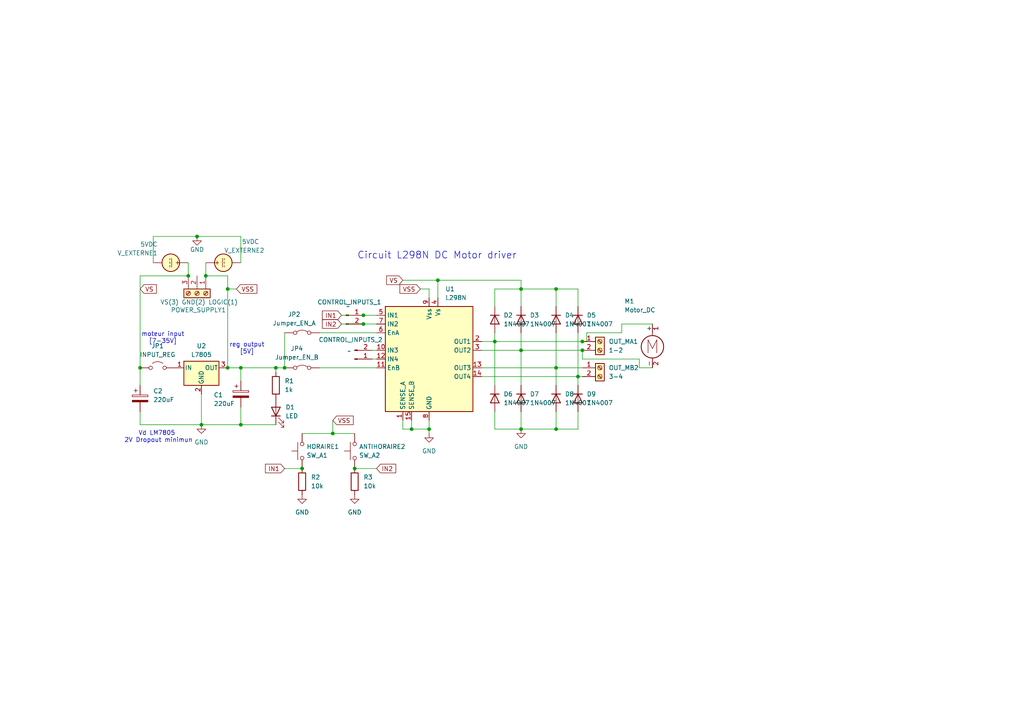
<source format=kicad_sch>
(kicad_sch
	(version 20250114)
	(generator "eeschema")
	(generator_version "9.0")
	(uuid "00b9765c-1879-4d04-8089-8ce5f6691bf4")
	(paper "A4")
	(lib_symbols
		(symbol "Connector:Conn_01x02_Pin"
			(pin_names
				(offset 1.016)
				(hide yes)
			)
			(exclude_from_sim no)
			(in_bom yes)
			(on_board yes)
			(property "Reference" "J"
				(at 0 2.54 0)
				(effects
					(font
						(size 1.27 1.27)
					)
				)
			)
			(property "Value" "Conn_01x02_Pin"
				(at 0 -5.08 0)
				(effects
					(font
						(size 1.27 1.27)
					)
				)
			)
			(property "Footprint" ""
				(at 0 0 0)
				(effects
					(font
						(size 1.27 1.27)
					)
					(hide yes)
				)
			)
			(property "Datasheet" "~"
				(at 0 0 0)
				(effects
					(font
						(size 1.27 1.27)
					)
					(hide yes)
				)
			)
			(property "Description" "Generic connector, single row, 01x02, script generated"
				(at 0 0 0)
				(effects
					(font
						(size 1.27 1.27)
					)
					(hide yes)
				)
			)
			(property "ki_locked" ""
				(at 0 0 0)
				(effects
					(font
						(size 1.27 1.27)
					)
				)
			)
			(property "ki_keywords" "connector"
				(at 0 0 0)
				(effects
					(font
						(size 1.27 1.27)
					)
					(hide yes)
				)
			)
			(property "ki_fp_filters" "Connector*:*_1x??_*"
				(at 0 0 0)
				(effects
					(font
						(size 1.27 1.27)
					)
					(hide yes)
				)
			)
			(symbol "Conn_01x02_Pin_1_1"
				(rectangle
					(start 0.8636 0.127)
					(end 0 -0.127)
					(stroke
						(width 0.1524)
						(type default)
					)
					(fill
						(type outline)
					)
				)
				(rectangle
					(start 0.8636 -2.413)
					(end 0 -2.667)
					(stroke
						(width 0.1524)
						(type default)
					)
					(fill
						(type outline)
					)
				)
				(polyline
					(pts
						(xy 1.27 0) (xy 0.8636 0)
					)
					(stroke
						(width 0.1524)
						(type default)
					)
					(fill
						(type none)
					)
				)
				(polyline
					(pts
						(xy 1.27 -2.54) (xy 0.8636 -2.54)
					)
					(stroke
						(width 0.1524)
						(type default)
					)
					(fill
						(type none)
					)
				)
				(pin passive line
					(at 5.08 0 180)
					(length 3.81)
					(name "Pin_1"
						(effects
							(font
								(size 1.27 1.27)
							)
						)
					)
					(number "1"
						(effects
							(font
								(size 1.27 1.27)
							)
						)
					)
				)
				(pin passive line
					(at 5.08 -2.54 180)
					(length 3.81)
					(name "Pin_2"
						(effects
							(font
								(size 1.27 1.27)
							)
						)
					)
					(number "2"
						(effects
							(font
								(size 1.27 1.27)
							)
						)
					)
				)
			)
			(embedded_fonts no)
		)
		(symbol "Connector:Screw_Terminal_01x02"
			(pin_names
				(offset 1.016)
				(hide yes)
			)
			(exclude_from_sim no)
			(in_bom yes)
			(on_board yes)
			(property "Reference" "J"
				(at 0 2.54 0)
				(effects
					(font
						(size 1.27 1.27)
					)
				)
			)
			(property "Value" "Screw_Terminal_01x02"
				(at 0 -5.08 0)
				(effects
					(font
						(size 1.27 1.27)
					)
				)
			)
			(property "Footprint" ""
				(at 0 0 0)
				(effects
					(font
						(size 1.27 1.27)
					)
					(hide yes)
				)
			)
			(property "Datasheet" "~"
				(at 0 0 0)
				(effects
					(font
						(size 1.27 1.27)
					)
					(hide yes)
				)
			)
			(property "Description" "Generic screw terminal, single row, 01x02, script generated (kicad-library-utils/schlib/autogen/connector/)"
				(at 0 0 0)
				(effects
					(font
						(size 1.27 1.27)
					)
					(hide yes)
				)
			)
			(property "ki_keywords" "screw terminal"
				(at 0 0 0)
				(effects
					(font
						(size 1.27 1.27)
					)
					(hide yes)
				)
			)
			(property "ki_fp_filters" "TerminalBlock*:*"
				(at 0 0 0)
				(effects
					(font
						(size 1.27 1.27)
					)
					(hide yes)
				)
			)
			(symbol "Screw_Terminal_01x02_1_1"
				(rectangle
					(start -1.27 1.27)
					(end 1.27 -3.81)
					(stroke
						(width 0.254)
						(type default)
					)
					(fill
						(type background)
					)
				)
				(polyline
					(pts
						(xy -0.5334 0.3302) (xy 0.3302 -0.508)
					)
					(stroke
						(width 0.1524)
						(type default)
					)
					(fill
						(type none)
					)
				)
				(polyline
					(pts
						(xy -0.5334 -2.2098) (xy 0.3302 -3.048)
					)
					(stroke
						(width 0.1524)
						(type default)
					)
					(fill
						(type none)
					)
				)
				(polyline
					(pts
						(xy -0.3556 0.508) (xy 0.508 -0.3302)
					)
					(stroke
						(width 0.1524)
						(type default)
					)
					(fill
						(type none)
					)
				)
				(polyline
					(pts
						(xy -0.3556 -2.032) (xy 0.508 -2.8702)
					)
					(stroke
						(width 0.1524)
						(type default)
					)
					(fill
						(type none)
					)
				)
				(circle
					(center 0 0)
					(radius 0.635)
					(stroke
						(width 0.1524)
						(type default)
					)
					(fill
						(type none)
					)
				)
				(circle
					(center 0 -2.54)
					(radius 0.635)
					(stroke
						(width 0.1524)
						(type default)
					)
					(fill
						(type none)
					)
				)
				(pin passive line
					(at -5.08 0 0)
					(length 3.81)
					(name "Pin_1"
						(effects
							(font
								(size 1.27 1.27)
							)
						)
					)
					(number "1"
						(effects
							(font
								(size 1.27 1.27)
							)
						)
					)
				)
				(pin passive line
					(at -5.08 -2.54 0)
					(length 3.81)
					(name "Pin_2"
						(effects
							(font
								(size 1.27 1.27)
							)
						)
					)
					(number "2"
						(effects
							(font
								(size 1.27 1.27)
							)
						)
					)
				)
			)
			(embedded_fonts no)
		)
		(symbol "Connector:Screw_Terminal_01x03"
			(pin_names
				(offset 1.016)
				(hide yes)
			)
			(exclude_from_sim no)
			(in_bom yes)
			(on_board yes)
			(property "Reference" "J"
				(at 0 5.08 0)
				(effects
					(font
						(size 1.27 1.27)
					)
				)
			)
			(property "Value" "Screw_Terminal_01x03"
				(at 0 -5.08 0)
				(effects
					(font
						(size 1.27 1.27)
					)
				)
			)
			(property "Footprint" ""
				(at 0 0 0)
				(effects
					(font
						(size 1.27 1.27)
					)
					(hide yes)
				)
			)
			(property "Datasheet" "~"
				(at 0 0 0)
				(effects
					(font
						(size 1.27 1.27)
					)
					(hide yes)
				)
			)
			(property "Description" "Generic screw terminal, single row, 01x03, script generated (kicad-library-utils/schlib/autogen/connector/)"
				(at 0 0 0)
				(effects
					(font
						(size 1.27 1.27)
					)
					(hide yes)
				)
			)
			(property "ki_keywords" "screw terminal"
				(at 0 0 0)
				(effects
					(font
						(size 1.27 1.27)
					)
					(hide yes)
				)
			)
			(property "ki_fp_filters" "TerminalBlock*:*"
				(at 0 0 0)
				(effects
					(font
						(size 1.27 1.27)
					)
					(hide yes)
				)
			)
			(symbol "Screw_Terminal_01x03_1_1"
				(rectangle
					(start -1.27 3.81)
					(end 1.27 -3.81)
					(stroke
						(width 0.254)
						(type default)
					)
					(fill
						(type background)
					)
				)
				(polyline
					(pts
						(xy -0.5334 2.8702) (xy 0.3302 2.032)
					)
					(stroke
						(width 0.1524)
						(type default)
					)
					(fill
						(type none)
					)
				)
				(polyline
					(pts
						(xy -0.5334 0.3302) (xy 0.3302 -0.508)
					)
					(stroke
						(width 0.1524)
						(type default)
					)
					(fill
						(type none)
					)
				)
				(polyline
					(pts
						(xy -0.5334 -2.2098) (xy 0.3302 -3.048)
					)
					(stroke
						(width 0.1524)
						(type default)
					)
					(fill
						(type none)
					)
				)
				(polyline
					(pts
						(xy -0.3556 3.048) (xy 0.508 2.2098)
					)
					(stroke
						(width 0.1524)
						(type default)
					)
					(fill
						(type none)
					)
				)
				(polyline
					(pts
						(xy -0.3556 0.508) (xy 0.508 -0.3302)
					)
					(stroke
						(width 0.1524)
						(type default)
					)
					(fill
						(type none)
					)
				)
				(polyline
					(pts
						(xy -0.3556 -2.032) (xy 0.508 -2.8702)
					)
					(stroke
						(width 0.1524)
						(type default)
					)
					(fill
						(type none)
					)
				)
				(circle
					(center 0 2.54)
					(radius 0.635)
					(stroke
						(width 0.1524)
						(type default)
					)
					(fill
						(type none)
					)
				)
				(circle
					(center 0 0)
					(radius 0.635)
					(stroke
						(width 0.1524)
						(type default)
					)
					(fill
						(type none)
					)
				)
				(circle
					(center 0 -2.54)
					(radius 0.635)
					(stroke
						(width 0.1524)
						(type default)
					)
					(fill
						(type none)
					)
				)
				(pin passive line
					(at -5.08 2.54 0)
					(length 3.81)
					(name "Pin_1"
						(effects
							(font
								(size 1.27 1.27)
							)
						)
					)
					(number "1"
						(effects
							(font
								(size 1.27 1.27)
							)
						)
					)
				)
				(pin passive line
					(at -5.08 0 0)
					(length 3.81)
					(name "Pin_2"
						(effects
							(font
								(size 1.27 1.27)
							)
						)
					)
					(number "2"
						(effects
							(font
								(size 1.27 1.27)
							)
						)
					)
				)
				(pin passive line
					(at -5.08 -2.54 0)
					(length 3.81)
					(name "Pin_3"
						(effects
							(font
								(size 1.27 1.27)
							)
						)
					)
					(number "3"
						(effects
							(font
								(size 1.27 1.27)
							)
						)
					)
				)
			)
			(embedded_fonts no)
		)
		(symbol "Device:C_Polarized"
			(pin_numbers
				(hide yes)
			)
			(pin_names
				(offset 0.254)
			)
			(exclude_from_sim no)
			(in_bom yes)
			(on_board yes)
			(property "Reference" "C"
				(at 0.635 2.54 0)
				(effects
					(font
						(size 1.27 1.27)
					)
					(justify left)
				)
			)
			(property "Value" "C_Polarized"
				(at 0.635 -2.54 0)
				(effects
					(font
						(size 1.27 1.27)
					)
					(justify left)
				)
			)
			(property "Footprint" ""
				(at 0.9652 -3.81 0)
				(effects
					(font
						(size 1.27 1.27)
					)
					(hide yes)
				)
			)
			(property "Datasheet" "~"
				(at 0 0 0)
				(effects
					(font
						(size 1.27 1.27)
					)
					(hide yes)
				)
			)
			(property "Description" "Polarized capacitor"
				(at 0 0 0)
				(effects
					(font
						(size 1.27 1.27)
					)
					(hide yes)
				)
			)
			(property "ki_keywords" "cap capacitor"
				(at 0 0 0)
				(effects
					(font
						(size 1.27 1.27)
					)
					(hide yes)
				)
			)
			(property "ki_fp_filters" "CP_*"
				(at 0 0 0)
				(effects
					(font
						(size 1.27 1.27)
					)
					(hide yes)
				)
			)
			(symbol "C_Polarized_0_1"
				(rectangle
					(start -2.286 0.508)
					(end 2.286 1.016)
					(stroke
						(width 0)
						(type default)
					)
					(fill
						(type none)
					)
				)
				(polyline
					(pts
						(xy -1.778 2.286) (xy -0.762 2.286)
					)
					(stroke
						(width 0)
						(type default)
					)
					(fill
						(type none)
					)
				)
				(polyline
					(pts
						(xy -1.27 2.794) (xy -1.27 1.778)
					)
					(stroke
						(width 0)
						(type default)
					)
					(fill
						(type none)
					)
				)
				(rectangle
					(start 2.286 -0.508)
					(end -2.286 -1.016)
					(stroke
						(width 0)
						(type default)
					)
					(fill
						(type outline)
					)
				)
			)
			(symbol "C_Polarized_1_1"
				(pin passive line
					(at 0 3.81 270)
					(length 2.794)
					(name "~"
						(effects
							(font
								(size 1.27 1.27)
							)
						)
					)
					(number "1"
						(effects
							(font
								(size 1.27 1.27)
							)
						)
					)
				)
				(pin passive line
					(at 0 -3.81 90)
					(length 2.794)
					(name "~"
						(effects
							(font
								(size 1.27 1.27)
							)
						)
					)
					(number "2"
						(effects
							(font
								(size 1.27 1.27)
							)
						)
					)
				)
			)
			(embedded_fonts no)
		)
		(symbol "Device:LED"
			(pin_numbers
				(hide yes)
			)
			(pin_names
				(offset 1.016)
				(hide yes)
			)
			(exclude_from_sim no)
			(in_bom yes)
			(on_board yes)
			(property "Reference" "D"
				(at 0 2.54 0)
				(effects
					(font
						(size 1.27 1.27)
					)
				)
			)
			(property "Value" "LED"
				(at 0 -2.54 0)
				(effects
					(font
						(size 1.27 1.27)
					)
				)
			)
			(property "Footprint" ""
				(at 0 0 0)
				(effects
					(font
						(size 1.27 1.27)
					)
					(hide yes)
				)
			)
			(property "Datasheet" "~"
				(at 0 0 0)
				(effects
					(font
						(size 1.27 1.27)
					)
					(hide yes)
				)
			)
			(property "Description" "Light emitting diode"
				(at 0 0 0)
				(effects
					(font
						(size 1.27 1.27)
					)
					(hide yes)
				)
			)
			(property "Sim.Pins" "1=K 2=A"
				(at 0 0 0)
				(effects
					(font
						(size 1.27 1.27)
					)
					(hide yes)
				)
			)
			(property "ki_keywords" "LED diode"
				(at 0 0 0)
				(effects
					(font
						(size 1.27 1.27)
					)
					(hide yes)
				)
			)
			(property "ki_fp_filters" "LED* LED_SMD:* LED_THT:*"
				(at 0 0 0)
				(effects
					(font
						(size 1.27 1.27)
					)
					(hide yes)
				)
			)
			(symbol "LED_0_1"
				(polyline
					(pts
						(xy -3.048 -0.762) (xy -4.572 -2.286) (xy -3.81 -2.286) (xy -4.572 -2.286) (xy -4.572 -1.524)
					)
					(stroke
						(width 0)
						(type default)
					)
					(fill
						(type none)
					)
				)
				(polyline
					(pts
						(xy -1.778 -0.762) (xy -3.302 -2.286) (xy -2.54 -2.286) (xy -3.302 -2.286) (xy -3.302 -1.524)
					)
					(stroke
						(width 0)
						(type default)
					)
					(fill
						(type none)
					)
				)
				(polyline
					(pts
						(xy -1.27 0) (xy 1.27 0)
					)
					(stroke
						(width 0)
						(type default)
					)
					(fill
						(type none)
					)
				)
				(polyline
					(pts
						(xy -1.27 -1.27) (xy -1.27 1.27)
					)
					(stroke
						(width 0.254)
						(type default)
					)
					(fill
						(type none)
					)
				)
				(polyline
					(pts
						(xy 1.27 -1.27) (xy 1.27 1.27) (xy -1.27 0) (xy 1.27 -1.27)
					)
					(stroke
						(width 0.254)
						(type default)
					)
					(fill
						(type none)
					)
				)
			)
			(symbol "LED_1_1"
				(pin passive line
					(at -3.81 0 0)
					(length 2.54)
					(name "K"
						(effects
							(font
								(size 1.27 1.27)
							)
						)
					)
					(number "1"
						(effects
							(font
								(size 1.27 1.27)
							)
						)
					)
				)
				(pin passive line
					(at 3.81 0 180)
					(length 2.54)
					(name "A"
						(effects
							(font
								(size 1.27 1.27)
							)
						)
					)
					(number "2"
						(effects
							(font
								(size 1.27 1.27)
							)
						)
					)
				)
			)
			(embedded_fonts no)
		)
		(symbol "Device:R"
			(pin_numbers
				(hide yes)
			)
			(pin_names
				(offset 0)
			)
			(exclude_from_sim no)
			(in_bom yes)
			(on_board yes)
			(property "Reference" "R"
				(at 2.032 0 90)
				(effects
					(font
						(size 1.27 1.27)
					)
				)
			)
			(property "Value" "R"
				(at 0 0 90)
				(effects
					(font
						(size 1.27 1.27)
					)
				)
			)
			(property "Footprint" ""
				(at -1.778 0 90)
				(effects
					(font
						(size 1.27 1.27)
					)
					(hide yes)
				)
			)
			(property "Datasheet" "~"
				(at 0 0 0)
				(effects
					(font
						(size 1.27 1.27)
					)
					(hide yes)
				)
			)
			(property "Description" "Resistor"
				(at 0 0 0)
				(effects
					(font
						(size 1.27 1.27)
					)
					(hide yes)
				)
			)
			(property "ki_keywords" "R res resistor"
				(at 0 0 0)
				(effects
					(font
						(size 1.27 1.27)
					)
					(hide yes)
				)
			)
			(property "ki_fp_filters" "R_*"
				(at 0 0 0)
				(effects
					(font
						(size 1.27 1.27)
					)
					(hide yes)
				)
			)
			(symbol "R_0_1"
				(rectangle
					(start -1.016 -2.54)
					(end 1.016 2.54)
					(stroke
						(width 0.254)
						(type default)
					)
					(fill
						(type none)
					)
				)
			)
			(symbol "R_1_1"
				(pin passive line
					(at 0 3.81 270)
					(length 1.27)
					(name "~"
						(effects
							(font
								(size 1.27 1.27)
							)
						)
					)
					(number "1"
						(effects
							(font
								(size 1.27 1.27)
							)
						)
					)
				)
				(pin passive line
					(at 0 -3.81 90)
					(length 1.27)
					(name "~"
						(effects
							(font
								(size 1.27 1.27)
							)
						)
					)
					(number "2"
						(effects
							(font
								(size 1.27 1.27)
							)
						)
					)
				)
			)
			(embedded_fonts no)
		)
		(symbol "Diode:1N4007"
			(pin_numbers
				(hide yes)
			)
			(pin_names
				(hide yes)
			)
			(exclude_from_sim no)
			(in_bom yes)
			(on_board yes)
			(property "Reference" "D"
				(at 0 2.54 0)
				(effects
					(font
						(size 1.27 1.27)
					)
				)
			)
			(property "Value" "1N4007"
				(at 0 -2.54 0)
				(effects
					(font
						(size 1.27 1.27)
					)
				)
			)
			(property "Footprint" "Diode_THT:D_DO-41_SOD81_P10.16mm_Horizontal"
				(at 0 -4.445 0)
				(effects
					(font
						(size 1.27 1.27)
					)
					(hide yes)
				)
			)
			(property "Datasheet" "http://www.vishay.com/docs/88503/1n4001.pdf"
				(at 0 0 0)
				(effects
					(font
						(size 1.27 1.27)
					)
					(hide yes)
				)
			)
			(property "Description" "1000V 1A General Purpose Rectifier Diode, DO-41"
				(at 0 0 0)
				(effects
					(font
						(size 1.27 1.27)
					)
					(hide yes)
				)
			)
			(property "Sim.Device" "D"
				(at 0 0 0)
				(effects
					(font
						(size 1.27 1.27)
					)
					(hide yes)
				)
			)
			(property "Sim.Pins" "1=K 2=A"
				(at 0 0 0)
				(effects
					(font
						(size 1.27 1.27)
					)
					(hide yes)
				)
			)
			(property "ki_keywords" "diode"
				(at 0 0 0)
				(effects
					(font
						(size 1.27 1.27)
					)
					(hide yes)
				)
			)
			(property "ki_fp_filters" "D*DO?41*"
				(at 0 0 0)
				(effects
					(font
						(size 1.27 1.27)
					)
					(hide yes)
				)
			)
			(symbol "1N4007_0_1"
				(polyline
					(pts
						(xy -1.27 1.27) (xy -1.27 -1.27)
					)
					(stroke
						(width 0.254)
						(type default)
					)
					(fill
						(type none)
					)
				)
				(polyline
					(pts
						(xy 1.27 1.27) (xy 1.27 -1.27) (xy -1.27 0) (xy 1.27 1.27)
					)
					(stroke
						(width 0.254)
						(type default)
					)
					(fill
						(type none)
					)
				)
				(polyline
					(pts
						(xy 1.27 0) (xy -1.27 0)
					)
					(stroke
						(width 0)
						(type default)
					)
					(fill
						(type none)
					)
				)
			)
			(symbol "1N4007_1_1"
				(pin passive line
					(at -3.81 0 0)
					(length 2.54)
					(name "K"
						(effects
							(font
								(size 1.27 1.27)
							)
						)
					)
					(number "1"
						(effects
							(font
								(size 1.27 1.27)
							)
						)
					)
				)
				(pin passive line
					(at 3.81 0 180)
					(length 2.54)
					(name "A"
						(effects
							(font
								(size 1.27 1.27)
							)
						)
					)
					(number "2"
						(effects
							(font
								(size 1.27 1.27)
							)
						)
					)
				)
			)
			(embedded_fonts no)
		)
		(symbol "Driver_Motor:L298N"
			(exclude_from_sim no)
			(in_bom yes)
			(on_board yes)
			(property "Reference" "U"
				(at -10.16 16.51 0)
				(effects
					(font
						(size 1.27 1.27)
					)
					(justify right)
				)
			)
			(property "Value" "L298N"
				(at 12.7 16.51 0)
				(effects
					(font
						(size 1.27 1.27)
					)
					(justify right)
				)
			)
			(property "Footprint" "Package_TO_SOT_THT:TO-220-15_P2.54x5.08mm_StaggerOdd_Lead4.58mm_Vertical"
				(at 1.27 -16.51 0)
				(effects
					(font
						(size 1.27 1.27)
					)
					(justify left)
					(hide yes)
				)
			)
			(property "Datasheet" "http://www.st.com/st-web-ui/static/active/en/resource/technical/document/datasheet/CD00000240.pdf"
				(at 3.81 6.35 0)
				(effects
					(font
						(size 1.27 1.27)
					)
					(hide yes)
				)
			)
			(property "Description" "Dual full bridge motor driver, up to 46V, 4A, Multiwatt15-V"
				(at 0 0 0)
				(effects
					(font
						(size 1.27 1.27)
					)
					(hide yes)
				)
			)
			(property "ki_keywords" "H-bridge motor driver"
				(at 0 0 0)
				(effects
					(font
						(size 1.27 1.27)
					)
					(hide yes)
				)
			)
			(property "ki_fp_filters" "TO?220*StaggerOdd*Vertical*"
				(at 0 0 0)
				(effects
					(font
						(size 1.27 1.27)
					)
					(hide yes)
				)
			)
			(symbol "L298N_0_1"
				(rectangle
					(start -12.7 15.24)
					(end 12.7 -15.24)
					(stroke
						(width 0.254)
						(type default)
					)
					(fill
						(type background)
					)
				)
			)
			(symbol "L298N_1_1"
				(pin input line
					(at -15.24 12.7 0)
					(length 2.54)
					(name "IN1"
						(effects
							(font
								(size 1.27 1.27)
							)
						)
					)
					(number "5"
						(effects
							(font
								(size 1.27 1.27)
							)
						)
					)
				)
				(pin input line
					(at -15.24 10.16 0)
					(length 2.54)
					(name "IN2"
						(effects
							(font
								(size 1.27 1.27)
							)
						)
					)
					(number "7"
						(effects
							(font
								(size 1.27 1.27)
							)
						)
					)
				)
				(pin input line
					(at -15.24 7.62 0)
					(length 2.54)
					(name "EnA"
						(effects
							(font
								(size 1.27 1.27)
							)
						)
					)
					(number "6"
						(effects
							(font
								(size 1.27 1.27)
							)
						)
					)
				)
				(pin input line
					(at -15.24 2.54 0)
					(length 2.54)
					(name "IN3"
						(effects
							(font
								(size 1.27 1.27)
							)
						)
					)
					(number "10"
						(effects
							(font
								(size 1.27 1.27)
							)
						)
					)
				)
				(pin input line
					(at -15.24 0 0)
					(length 2.54)
					(name "IN4"
						(effects
							(font
								(size 1.27 1.27)
							)
						)
					)
					(number "12"
						(effects
							(font
								(size 1.27 1.27)
							)
						)
					)
				)
				(pin input line
					(at -15.24 -2.54 0)
					(length 2.54)
					(name "EnB"
						(effects
							(font
								(size 1.27 1.27)
							)
						)
					)
					(number "11"
						(effects
							(font
								(size 1.27 1.27)
							)
						)
					)
				)
				(pin input line
					(at -7.62 -17.78 90)
					(length 2.54)
					(name "SENSE_A"
						(effects
							(font
								(size 1.27 1.27)
							)
						)
					)
					(number "1"
						(effects
							(font
								(size 1.27 1.27)
							)
						)
					)
				)
				(pin input line
					(at -5.08 -17.78 90)
					(length 2.54)
					(name "SENSE_B"
						(effects
							(font
								(size 1.27 1.27)
							)
						)
					)
					(number "15"
						(effects
							(font
								(size 1.27 1.27)
							)
						)
					)
				)
				(pin power_in line
					(at 0 17.78 270)
					(length 2.54)
					(name "Vss"
						(effects
							(font
								(size 1.27 1.27)
							)
						)
					)
					(number "9"
						(effects
							(font
								(size 1.27 1.27)
							)
						)
					)
				)
				(pin power_in line
					(at 0 -17.78 90)
					(length 2.54)
					(name "GND"
						(effects
							(font
								(size 1.27 1.27)
							)
						)
					)
					(number "8"
						(effects
							(font
								(size 1.27 1.27)
							)
						)
					)
				)
				(pin power_in line
					(at 2.54 17.78 270)
					(length 2.54)
					(name "Vs"
						(effects
							(font
								(size 1.27 1.27)
							)
						)
					)
					(number "4"
						(effects
							(font
								(size 1.27 1.27)
							)
						)
					)
				)
				(pin output line
					(at 15.24 5.08 180)
					(length 2.54)
					(name "OUT1"
						(effects
							(font
								(size 1.27 1.27)
							)
						)
					)
					(number "2"
						(effects
							(font
								(size 1.27 1.27)
							)
						)
					)
				)
				(pin output line
					(at 15.24 2.54 180)
					(length 2.54)
					(name "OUT2"
						(effects
							(font
								(size 1.27 1.27)
							)
						)
					)
					(number "3"
						(effects
							(font
								(size 1.27 1.27)
							)
						)
					)
				)
				(pin output line
					(at 15.24 -2.54 180)
					(length 2.54)
					(name "OUT3"
						(effects
							(font
								(size 1.27 1.27)
							)
						)
					)
					(number "13"
						(effects
							(font
								(size 1.27 1.27)
							)
						)
					)
				)
				(pin output line
					(at 15.24 -5.08 180)
					(length 2.54)
					(name "OUT4"
						(effects
							(font
								(size 1.27 1.27)
							)
						)
					)
					(number "14"
						(effects
							(font
								(size 1.27 1.27)
							)
						)
					)
				)
			)
			(embedded_fonts no)
		)
		(symbol "Jumper:Jumper_2_Bridged"
			(pin_numbers
				(hide yes)
			)
			(pin_names
				(offset 0)
				(hide yes)
			)
			(exclude_from_sim no)
			(in_bom yes)
			(on_board yes)
			(property "Reference" "JP"
				(at 0 1.905 0)
				(effects
					(font
						(size 1.27 1.27)
					)
				)
			)
			(property "Value" "Jumper_2_Bridged"
				(at 0 -2.54 0)
				(effects
					(font
						(size 1.27 1.27)
					)
				)
			)
			(property "Footprint" ""
				(at 0 0 0)
				(effects
					(font
						(size 1.27 1.27)
					)
					(hide yes)
				)
			)
			(property "Datasheet" "~"
				(at 0 0 0)
				(effects
					(font
						(size 1.27 1.27)
					)
					(hide yes)
				)
			)
			(property "Description" "Jumper, 2-pole, closed/bridged"
				(at 0 0 0)
				(effects
					(font
						(size 1.27 1.27)
					)
					(hide yes)
				)
			)
			(property "ki_keywords" "Jumper SPST"
				(at 0 0 0)
				(effects
					(font
						(size 1.27 1.27)
					)
					(hide yes)
				)
			)
			(property "ki_fp_filters" "Jumper* TestPoint*2Pads* TestPoint*Bridge*"
				(at 0 0 0)
				(effects
					(font
						(size 1.27 1.27)
					)
					(hide yes)
				)
			)
			(symbol "Jumper_2_Bridged_0_0"
				(circle
					(center -2.032 0)
					(radius 0.508)
					(stroke
						(width 0)
						(type default)
					)
					(fill
						(type none)
					)
				)
				(circle
					(center 2.032 0)
					(radius 0.508)
					(stroke
						(width 0)
						(type default)
					)
					(fill
						(type none)
					)
				)
			)
			(symbol "Jumper_2_Bridged_0_1"
				(arc
					(start -1.524 0.254)
					(mid 0 0.762)
					(end 1.524 0.254)
					(stroke
						(width 0)
						(type default)
					)
					(fill
						(type none)
					)
				)
			)
			(symbol "Jumper_2_Bridged_1_1"
				(pin passive line
					(at -5.08 0 0)
					(length 2.54)
					(name "A"
						(effects
							(font
								(size 1.27 1.27)
							)
						)
					)
					(number "1"
						(effects
							(font
								(size 1.27 1.27)
							)
						)
					)
				)
				(pin passive line
					(at 5.08 0 180)
					(length 2.54)
					(name "B"
						(effects
							(font
								(size 1.27 1.27)
							)
						)
					)
					(number "2"
						(effects
							(font
								(size 1.27 1.27)
							)
						)
					)
				)
			)
			(embedded_fonts no)
		)
		(symbol "Jumper:Jumper_2_Open"
			(pin_numbers
				(hide yes)
			)
			(pin_names
				(offset 0)
				(hide yes)
			)
			(exclude_from_sim no)
			(in_bom yes)
			(on_board yes)
			(property "Reference" "JP"
				(at 0 2.794 0)
				(effects
					(font
						(size 1.27 1.27)
					)
				)
			)
			(property "Value" "Jumper_2_Open"
				(at 0 -2.286 0)
				(effects
					(font
						(size 1.27 1.27)
					)
				)
			)
			(property "Footprint" ""
				(at 0 0 0)
				(effects
					(font
						(size 1.27 1.27)
					)
					(hide yes)
				)
			)
			(property "Datasheet" "~"
				(at 0 0 0)
				(effects
					(font
						(size 1.27 1.27)
					)
					(hide yes)
				)
			)
			(property "Description" "Jumper, 2-pole, open"
				(at 0 0 0)
				(effects
					(font
						(size 1.27 1.27)
					)
					(hide yes)
				)
			)
			(property "ki_keywords" "Jumper SPST"
				(at 0 0 0)
				(effects
					(font
						(size 1.27 1.27)
					)
					(hide yes)
				)
			)
			(property "ki_fp_filters" "Jumper* TestPoint*2Pads* TestPoint*Bridge*"
				(at 0 0 0)
				(effects
					(font
						(size 1.27 1.27)
					)
					(hide yes)
				)
			)
			(symbol "Jumper_2_Open_0_0"
				(circle
					(center -2.032 0)
					(radius 0.508)
					(stroke
						(width 0)
						(type default)
					)
					(fill
						(type none)
					)
				)
				(circle
					(center 2.032 0)
					(radius 0.508)
					(stroke
						(width 0)
						(type default)
					)
					(fill
						(type none)
					)
				)
			)
			(symbol "Jumper_2_Open_0_1"
				(arc
					(start -1.524 1.27)
					(mid 0 1.778)
					(end 1.524 1.27)
					(stroke
						(width 0)
						(type default)
					)
					(fill
						(type none)
					)
				)
			)
			(symbol "Jumper_2_Open_1_1"
				(pin passive line
					(at -5.08 0 0)
					(length 2.54)
					(name "A"
						(effects
							(font
								(size 1.27 1.27)
							)
						)
					)
					(number "1"
						(effects
							(font
								(size 1.27 1.27)
							)
						)
					)
				)
				(pin passive line
					(at 5.08 0 180)
					(length 2.54)
					(name "B"
						(effects
							(font
								(size 1.27 1.27)
							)
						)
					)
					(number "2"
						(effects
							(font
								(size 1.27 1.27)
							)
						)
					)
				)
			)
			(embedded_fonts no)
		)
		(symbol "Motor:Motor_DC"
			(pin_names
				(offset 0)
			)
			(exclude_from_sim no)
			(in_bom yes)
			(on_board yes)
			(property "Reference" "M"
				(at 2.54 2.54 0)
				(effects
					(font
						(size 1.27 1.27)
					)
					(justify left)
				)
			)
			(property "Value" "Motor_DC"
				(at 2.54 -5.08 0)
				(effects
					(font
						(size 1.27 1.27)
					)
					(justify left top)
				)
			)
			(property "Footprint" ""
				(at 0 -2.286 0)
				(effects
					(font
						(size 1.27 1.27)
					)
					(hide yes)
				)
			)
			(property "Datasheet" "~"
				(at 0 -2.286 0)
				(effects
					(font
						(size 1.27 1.27)
					)
					(hide yes)
				)
			)
			(property "Description" "DC Motor"
				(at 0 0 0)
				(effects
					(font
						(size 1.27 1.27)
					)
					(hide yes)
				)
			)
			(property "ki_keywords" "DC Motor"
				(at 0 0 0)
				(effects
					(font
						(size 1.27 1.27)
					)
					(hide yes)
				)
			)
			(property "ki_fp_filters" "PinHeader*P2.54mm* TerminalBlock*"
				(at 0 0 0)
				(effects
					(font
						(size 1.27 1.27)
					)
					(hide yes)
				)
			)
			(symbol "Motor_DC_0_0"
				(polyline
					(pts
						(xy -1.27 -3.302) (xy -1.27 0.508) (xy 0 -2.032) (xy 1.27 0.508) (xy 1.27 -3.302)
					)
					(stroke
						(width 0)
						(type default)
					)
					(fill
						(type none)
					)
				)
			)
			(symbol "Motor_DC_0_1"
				(polyline
					(pts
						(xy 0 2.032) (xy 0 2.54)
					)
					(stroke
						(width 0)
						(type default)
					)
					(fill
						(type none)
					)
				)
				(polyline
					(pts
						(xy 0 1.7272) (xy 0 2.0828)
					)
					(stroke
						(width 0)
						(type default)
					)
					(fill
						(type none)
					)
				)
				(circle
					(center 0 -1.524)
					(radius 3.2512)
					(stroke
						(width 0.254)
						(type default)
					)
					(fill
						(type none)
					)
				)
				(polyline
					(pts
						(xy 0 -4.7752) (xy 0 -5.1816)
					)
					(stroke
						(width 0)
						(type default)
					)
					(fill
						(type none)
					)
				)
				(polyline
					(pts
						(xy 0 -7.62) (xy 0 -7.112)
					)
					(stroke
						(width 0)
						(type default)
					)
					(fill
						(type none)
					)
				)
			)
			(symbol "Motor_DC_1_1"
				(pin passive line
					(at 0 5.08 270)
					(length 2.54)
					(name "+"
						(effects
							(font
								(size 1.27 1.27)
							)
						)
					)
					(number "1"
						(effects
							(font
								(size 1.27 1.27)
							)
						)
					)
				)
				(pin passive line
					(at 0 -7.62 90)
					(length 2.54)
					(name "-"
						(effects
							(font
								(size 1.27 1.27)
							)
						)
					)
					(number "2"
						(effects
							(font
								(size 1.27 1.27)
							)
						)
					)
				)
			)
			(embedded_fonts no)
		)
		(symbol "Regulator_Linear:L7805"
			(pin_names
				(offset 0.254)
			)
			(exclude_from_sim no)
			(in_bom yes)
			(on_board yes)
			(property "Reference" "U"
				(at -3.81 3.175 0)
				(effects
					(font
						(size 1.27 1.27)
					)
				)
			)
			(property "Value" "L7805"
				(at 0 3.175 0)
				(effects
					(font
						(size 1.27 1.27)
					)
					(justify left)
				)
			)
			(property "Footprint" ""
				(at 0.635 -3.81 0)
				(effects
					(font
						(size 1.27 1.27)
						(italic yes)
					)
					(justify left)
					(hide yes)
				)
			)
			(property "Datasheet" "http://www.st.com/content/ccc/resource/technical/document/datasheet/41/4f/b3/b0/12/d4/47/88/CD00000444.pdf/files/CD00000444.pdf/jcr:content/translations/en.CD00000444.pdf"
				(at 0 -1.27 0)
				(effects
					(font
						(size 1.27 1.27)
					)
					(hide yes)
				)
			)
			(property "Description" "Positive 1.5A 35V Linear Regulator, Fixed Output 5V, TO-220/TO-263/TO-252"
				(at 0 0 0)
				(effects
					(font
						(size 1.27 1.27)
					)
					(hide yes)
				)
			)
			(property "ki_keywords" "Voltage Regulator 1.5A Positive"
				(at 0 0 0)
				(effects
					(font
						(size 1.27 1.27)
					)
					(hide yes)
				)
			)
			(property "ki_fp_filters" "TO?252* TO?263* TO?220*"
				(at 0 0 0)
				(effects
					(font
						(size 1.27 1.27)
					)
					(hide yes)
				)
			)
			(symbol "L7805_0_1"
				(rectangle
					(start -5.08 1.905)
					(end 5.08 -5.08)
					(stroke
						(width 0.254)
						(type default)
					)
					(fill
						(type background)
					)
				)
			)
			(symbol "L7805_1_1"
				(pin power_in line
					(at -7.62 0 0)
					(length 2.54)
					(name "IN"
						(effects
							(font
								(size 1.27 1.27)
							)
						)
					)
					(number "1"
						(effects
							(font
								(size 1.27 1.27)
							)
						)
					)
				)
				(pin power_in line
					(at 0 -7.62 90)
					(length 2.54)
					(name "GND"
						(effects
							(font
								(size 1.27 1.27)
							)
						)
					)
					(number "2"
						(effects
							(font
								(size 1.27 1.27)
							)
						)
					)
				)
				(pin power_out line
					(at 7.62 0 180)
					(length 2.54)
					(name "OUT"
						(effects
							(font
								(size 1.27 1.27)
							)
						)
					)
					(number "3"
						(effects
							(font
								(size 1.27 1.27)
							)
						)
					)
				)
			)
			(embedded_fonts no)
		)
		(symbol "Simulation_SPICE:VDC"
			(pin_numbers
				(hide yes)
			)
			(pin_names
				(offset 0.0254)
			)
			(exclude_from_sim no)
			(in_bom yes)
			(on_board yes)
			(property "Reference" "V"
				(at 2.54 2.54 0)
				(effects
					(font
						(size 1.27 1.27)
					)
					(justify left)
				)
			)
			(property "Value" "1"
				(at 2.54 0 0)
				(effects
					(font
						(size 1.27 1.27)
					)
					(justify left)
				)
			)
			(property "Footprint" ""
				(at 0 0 0)
				(effects
					(font
						(size 1.27 1.27)
					)
					(hide yes)
				)
			)
			(property "Datasheet" "https://ngspice.sourceforge.io/docs/ngspice-html-manual/manual.xhtml#sec_Independent_Sources_for"
				(at 0 0 0)
				(effects
					(font
						(size 1.27 1.27)
					)
					(hide yes)
				)
			)
			(property "Description" "Voltage source, DC"
				(at 0 0 0)
				(effects
					(font
						(size 1.27 1.27)
					)
					(hide yes)
				)
			)
			(property "Sim.Pins" "1=+ 2=-"
				(at 0 0 0)
				(effects
					(font
						(size 1.27 1.27)
					)
					(hide yes)
				)
			)
			(property "Sim.Type" "DC"
				(at 0 0 0)
				(effects
					(font
						(size 1.27 1.27)
					)
					(hide yes)
				)
			)
			(property "Sim.Device" "V"
				(at 0 0 0)
				(effects
					(font
						(size 1.27 1.27)
					)
					(justify left)
					(hide yes)
				)
			)
			(property "ki_keywords" "simulation"
				(at 0 0 0)
				(effects
					(font
						(size 1.27 1.27)
					)
					(hide yes)
				)
			)
			(symbol "VDC_0_0"
				(polyline
					(pts
						(xy -1.27 0.254) (xy 1.27 0.254)
					)
					(stroke
						(width 0)
						(type default)
					)
					(fill
						(type none)
					)
				)
				(polyline
					(pts
						(xy -0.762 -0.254) (xy -1.27 -0.254)
					)
					(stroke
						(width 0)
						(type default)
					)
					(fill
						(type none)
					)
				)
				(polyline
					(pts
						(xy 0.254 -0.254) (xy -0.254 -0.254)
					)
					(stroke
						(width 0)
						(type default)
					)
					(fill
						(type none)
					)
				)
				(polyline
					(pts
						(xy 1.27 -0.254) (xy 0.762 -0.254)
					)
					(stroke
						(width 0)
						(type default)
					)
					(fill
						(type none)
					)
				)
				(text "+"
					(at 0 1.905 0)
					(effects
						(font
							(size 1.27 1.27)
						)
					)
				)
			)
			(symbol "VDC_0_1"
				(circle
					(center 0 0)
					(radius 2.54)
					(stroke
						(width 0.254)
						(type default)
					)
					(fill
						(type background)
					)
				)
			)
			(symbol "VDC_1_1"
				(pin passive line
					(at 0 5.08 270)
					(length 2.54)
					(name "~"
						(effects
							(font
								(size 1.27 1.27)
							)
						)
					)
					(number "1"
						(effects
							(font
								(size 1.27 1.27)
							)
						)
					)
				)
				(pin passive line
					(at 0 -5.08 90)
					(length 2.54)
					(name "~"
						(effects
							(font
								(size 1.27 1.27)
							)
						)
					)
					(number "2"
						(effects
							(font
								(size 1.27 1.27)
							)
						)
					)
				)
			)
			(embedded_fonts no)
		)
		(symbol "Switch:SW_Push"
			(pin_numbers
				(hide yes)
			)
			(pin_names
				(offset 1.016)
				(hide yes)
			)
			(exclude_from_sim no)
			(in_bom yes)
			(on_board yes)
			(property "Reference" "SW"
				(at 1.27 2.54 0)
				(effects
					(font
						(size 1.27 1.27)
					)
					(justify left)
				)
			)
			(property "Value" "SW_Push"
				(at 0 -1.524 0)
				(effects
					(font
						(size 1.27 1.27)
					)
				)
			)
			(property "Footprint" ""
				(at 0 5.08 0)
				(effects
					(font
						(size 1.27 1.27)
					)
					(hide yes)
				)
			)
			(property "Datasheet" "~"
				(at 0 5.08 0)
				(effects
					(font
						(size 1.27 1.27)
					)
					(hide yes)
				)
			)
			(property "Description" "Push button switch, generic, two pins"
				(at 0 0 0)
				(effects
					(font
						(size 1.27 1.27)
					)
					(hide yes)
				)
			)
			(property "ki_keywords" "switch normally-open pushbutton push-button"
				(at 0 0 0)
				(effects
					(font
						(size 1.27 1.27)
					)
					(hide yes)
				)
			)
			(symbol "SW_Push_0_1"
				(circle
					(center -2.032 0)
					(radius 0.508)
					(stroke
						(width 0)
						(type default)
					)
					(fill
						(type none)
					)
				)
				(polyline
					(pts
						(xy 0 1.27) (xy 0 3.048)
					)
					(stroke
						(width 0)
						(type default)
					)
					(fill
						(type none)
					)
				)
				(circle
					(center 2.032 0)
					(radius 0.508)
					(stroke
						(width 0)
						(type default)
					)
					(fill
						(type none)
					)
				)
				(polyline
					(pts
						(xy 2.54 1.27) (xy -2.54 1.27)
					)
					(stroke
						(width 0)
						(type default)
					)
					(fill
						(type none)
					)
				)
				(pin passive line
					(at -5.08 0 0)
					(length 2.54)
					(name "1"
						(effects
							(font
								(size 1.27 1.27)
							)
						)
					)
					(number "1"
						(effects
							(font
								(size 1.27 1.27)
							)
						)
					)
				)
				(pin passive line
					(at 5.08 0 180)
					(length 2.54)
					(name "2"
						(effects
							(font
								(size 1.27 1.27)
							)
						)
					)
					(number "2"
						(effects
							(font
								(size 1.27 1.27)
							)
						)
					)
				)
			)
			(embedded_fonts no)
		)
		(symbol "power:GND"
			(power)
			(pin_numbers
				(hide yes)
			)
			(pin_names
				(offset 0)
				(hide yes)
			)
			(exclude_from_sim no)
			(in_bom yes)
			(on_board yes)
			(property "Reference" "#PWR"
				(at 0 -6.35 0)
				(effects
					(font
						(size 1.27 1.27)
					)
					(hide yes)
				)
			)
			(property "Value" "GND"
				(at 0 -3.81 0)
				(effects
					(font
						(size 1.27 1.27)
					)
				)
			)
			(property "Footprint" ""
				(at 0 0 0)
				(effects
					(font
						(size 1.27 1.27)
					)
					(hide yes)
				)
			)
			(property "Datasheet" ""
				(at 0 0 0)
				(effects
					(font
						(size 1.27 1.27)
					)
					(hide yes)
				)
			)
			(property "Description" "Power symbol creates a global label with name \"GND\" , ground"
				(at 0 0 0)
				(effects
					(font
						(size 1.27 1.27)
					)
					(hide yes)
				)
			)
			(property "ki_keywords" "global power"
				(at 0 0 0)
				(effects
					(font
						(size 1.27 1.27)
					)
					(hide yes)
				)
			)
			(symbol "GND_0_1"
				(polyline
					(pts
						(xy 0 0) (xy 0 -1.27) (xy 1.27 -1.27) (xy 0 -2.54) (xy -1.27 -1.27) (xy 0 -1.27)
					)
					(stroke
						(width 0)
						(type default)
					)
					(fill
						(type none)
					)
				)
			)
			(symbol "GND_1_1"
				(pin power_in line
					(at 0 0 270)
					(length 0)
					(name "~"
						(effects
							(font
								(size 1.27 1.27)
							)
						)
					)
					(number "1"
						(effects
							(font
								(size 1.27 1.27)
							)
						)
					)
				)
			)
			(embedded_fonts no)
		)
	)
	(text "reg output\n[5V]"
		(exclude_from_sim no)
		(at 71.628 101.092 0)
		(effects
			(font
				(size 1.27 1.27)
			)
		)
		(uuid "6f3a53ad-cb48-4b57-a473-f38233370adb")
	)
	(text "Vd LM7805 \n2V Dropout minimun"
		(exclude_from_sim no)
		(at 45.974 126.746 0)
		(effects
			(font
				(size 1.27 1.27)
			)
		)
		(uuid "ca9e331d-4364-442b-9adf-5471dc48eba9")
	)
	(text "moteur input\n[7-35V]"
		(exclude_from_sim no)
		(at 47.244 98.044 0)
		(effects
			(font
				(size 1.27 1.27)
			)
		)
		(uuid "d3703eb0-d355-49a6-8599-b62fe7c3e9eb")
	)
	(text "Circuit L298N DC Motor driver"
		(exclude_from_sim no)
		(at 126.746 74.168 0)
		(effects
			(font
				(size 2 2)
			)
		)
		(uuid "d95cf42e-0f37-496e-a388-66ec156f423f")
	)
	(junction
		(at 102.87 135.89)
		(diameter 0)
		(color 0 0 0 0)
		(uuid "050cc75f-dd16-4d23-b2be-7a8e1ff36507")
	)
	(junction
		(at 69.85 106.68)
		(diameter 0)
		(color 0 0 0 0)
		(uuid "065320e5-86e8-46fd-b157-9b8111f9d1ba")
	)
	(junction
		(at 57.15 68.58)
		(diameter 0)
		(color 0 0 0 0)
		(uuid "0cb00fb6-f5be-4816-8124-98e617ce046a")
	)
	(junction
		(at 105.41 91.44)
		(diameter 0)
		(color 0 0 0 0)
		(uuid "2b9d9578-ab58-49b8-affd-897e671e0af4")
	)
	(junction
		(at 127 81.28)
		(diameter 0)
		(color 0 0 0 0)
		(uuid "2e594d1a-04f9-4cea-b015-56f35babb4a7")
	)
	(junction
		(at 161.29 83.82)
		(diameter 0)
		(color 0 0 0 0)
		(uuid "303c6030-d4da-47f7-aac8-f1895769411c")
	)
	(junction
		(at 96.52 125.73)
		(diameter 0)
		(color 0 0 0 0)
		(uuid "54a6f184-2cbd-4993-9aed-7a863aa58434")
	)
	(junction
		(at 69.85 123.19)
		(diameter 0)
		(color 0 0 0 0)
		(uuid "62cd5659-4d82-48f9-9c94-d52c6c63657a")
	)
	(junction
		(at 66.04 106.68)
		(diameter 0)
		(color 0 0 0 0)
		(uuid "63059b1e-4cca-4c0f-8140-78dff0908b21")
	)
	(junction
		(at 59.69 80.01)
		(diameter 0)
		(color 0 0 0 0)
		(uuid "79da37ff-cd7c-4758-954c-126a42aabbae")
	)
	(junction
		(at 40.64 106.68)
		(diameter 0)
		(color 0 0 0 0)
		(uuid "888b9a7d-2678-4b86-b278-77159788e5a3")
	)
	(junction
		(at 151.13 83.82)
		(diameter 0)
		(color 0 0 0 0)
		(uuid "899c1cd4-c94d-4d2e-abdc-95bef9d58869")
	)
	(junction
		(at 167.64 109.22)
		(diameter 0)
		(color 0 0 0 0)
		(uuid "8af9b1e4-badc-4219-bac8-df5e6e3f76b7")
	)
	(junction
		(at 168.91 99.06)
		(diameter 0)
		(color 0 0 0 0)
		(uuid "8bafec33-cb62-4ff7-8ea8-a1072921156f")
	)
	(junction
		(at 168.91 101.6)
		(diameter 0)
		(color 0 0 0 0)
		(uuid "8f0d92c5-0aba-4d1e-89bc-12adc5910557")
	)
	(junction
		(at 161.29 106.68)
		(diameter 0)
		(color 0 0 0 0)
		(uuid "990434b9-f35b-4d74-afb3-7af9c7db699d")
	)
	(junction
		(at 119.38 124.46)
		(diameter 0)
		(color 0 0 0 0)
		(uuid "9945540a-061f-4a82-a1c0-596a8504e597")
	)
	(junction
		(at 143.51 99.06)
		(diameter 0)
		(color 0 0 0 0)
		(uuid "a0d64855-6f54-4924-b669-ef3a4ded402e")
	)
	(junction
		(at 54.61 80.01)
		(diameter 0)
		(color 0 0 0 0)
		(uuid "baebd03d-a7cf-491a-80a1-d171c121e150")
	)
	(junction
		(at 151.13 124.46)
		(diameter 0)
		(color 0 0 0 0)
		(uuid "c20507a8-105c-4437-be78-0853e0d2f431")
	)
	(junction
		(at 124.46 124.46)
		(diameter 0)
		(color 0 0 0 0)
		(uuid "cea843cf-9d90-41c6-a3a1-b0e5fb4db933")
	)
	(junction
		(at 66.04 83.82)
		(diameter 0)
		(color 0 0 0 0)
		(uuid "d05ae636-f75e-4778-81f2-90c9a02ced30")
	)
	(junction
		(at 82.55 106.68)
		(diameter 0)
		(color 0 0 0 0)
		(uuid "d687ffc4-12ea-4b08-ae5a-bc830cbce270")
	)
	(junction
		(at 151.13 101.6)
		(diameter 0)
		(color 0 0 0 0)
		(uuid "df5fd097-89c1-4b0a-aedb-d5e3bc03a789")
	)
	(junction
		(at 105.41 93.98)
		(diameter 0)
		(color 0 0 0 0)
		(uuid "e663fa5e-481d-45e7-a453-11269a545292")
	)
	(junction
		(at 87.63 135.89)
		(diameter 0)
		(color 0 0 0 0)
		(uuid "e82727a4-5ef6-48c9-921e-94a4842bc480")
	)
	(junction
		(at 58.42 123.19)
		(diameter 0)
		(color 0 0 0 0)
		(uuid "ecd3fb3a-5a53-4a6b-9911-89390b9a4587")
	)
	(junction
		(at 161.29 124.46)
		(diameter 0)
		(color 0 0 0 0)
		(uuid "efeeac6a-be24-4460-a2c2-3b54413870c6")
	)
	(junction
		(at 80.01 106.68)
		(diameter 0)
		(color 0 0 0 0)
		(uuid "f1ebb526-cfb9-4c73-9e6f-33c53a451543")
	)
	(wire
		(pts
			(xy 127 81.28) (xy 116.84 81.28)
		)
		(stroke
			(width 0)
			(type default)
		)
		(uuid "0151e9d3-fbd4-4868-b178-292ee868a442")
	)
	(wire
		(pts
			(xy 151.13 101.6) (xy 151.13 111.76)
		)
		(stroke
			(width 0)
			(type default)
		)
		(uuid "038ed3a2-03e9-450f-aec1-57c34909407a")
	)
	(wire
		(pts
			(xy 180.34 93.98) (xy 180.34 96.52)
		)
		(stroke
			(width 0)
			(type default)
		)
		(uuid "03acc730-6999-4777-a352-07705c36d885")
	)
	(wire
		(pts
			(xy 143.51 119.38) (xy 143.51 124.46)
		)
		(stroke
			(width 0)
			(type default)
		)
		(uuid "05226b75-ea77-4173-b925-b58ef6f03ffe")
	)
	(wire
		(pts
			(xy 92.71 96.52) (xy 109.22 96.52)
		)
		(stroke
			(width 0)
			(type default)
		)
		(uuid "059c59c6-7e66-4027-a315-6b059baaf38a")
	)
	(wire
		(pts
			(xy 180.34 96.52) (xy 170.18 96.52)
		)
		(stroke
			(width 0)
			(type default)
		)
		(uuid "068a3aaf-d87b-42ab-a0c8-d9d77c08c6db")
	)
	(wire
		(pts
			(xy 102.87 135.89) (xy 109.22 135.89)
		)
		(stroke
			(width 0)
			(type default)
		)
		(uuid "1194d4c5-3c36-4e61-9174-0af5be9efb60")
	)
	(wire
		(pts
			(xy 119.38 124.46) (xy 124.46 124.46)
		)
		(stroke
			(width 0)
			(type default)
		)
		(uuid "136dd601-816b-4d72-96d8-4256bec61e50")
	)
	(wire
		(pts
			(xy 116.84 124.46) (xy 119.38 124.46)
		)
		(stroke
			(width 0)
			(type default)
		)
		(uuid "142609aa-f946-431e-8c6a-2927943e5aec")
	)
	(wire
		(pts
			(xy 121.92 83.82) (xy 124.46 83.82)
		)
		(stroke
			(width 0)
			(type default)
		)
		(uuid "1d0498b4-2585-409b-8a34-c78cc48ac45f")
	)
	(wire
		(pts
			(xy 161.29 124.46) (xy 151.13 124.46)
		)
		(stroke
			(width 0)
			(type default)
		)
		(uuid "20bb82bd-d9e9-49f8-beae-d6b95b8fd2c0")
	)
	(wire
		(pts
			(xy 54.61 76.2) (xy 54.61 80.01)
		)
		(stroke
			(width 0)
			(type default)
		)
		(uuid "2c464f4b-3465-4e48-8bd1-70dac52e1534")
	)
	(wire
		(pts
			(xy 151.13 101.6) (xy 151.13 96.52)
		)
		(stroke
			(width 0)
			(type default)
		)
		(uuid "3d6d6192-25e5-4bd0-97f0-06bafee477dd")
	)
	(wire
		(pts
			(xy 44.45 68.58) (xy 57.15 68.58)
		)
		(stroke
			(width 0)
			(type default)
		)
		(uuid "3de239fe-6934-42de-9758-c38dcab77057")
	)
	(wire
		(pts
			(xy 69.85 123.19) (xy 80.01 123.19)
		)
		(stroke
			(width 0)
			(type default)
		)
		(uuid "3f8249ac-9ffa-45ab-b396-fe7f1fb0b3fa")
	)
	(wire
		(pts
			(xy 127 81.28) (xy 151.13 81.28)
		)
		(stroke
			(width 0)
			(type default)
		)
		(uuid "41d71061-db2e-4a13-9da0-c8ca0d67e2bc")
	)
	(wire
		(pts
			(xy 107.95 104.14) (xy 109.22 104.14)
		)
		(stroke
			(width 0)
			(type default)
		)
		(uuid "4b621367-cf59-43cd-84be-e52b3f63f36f")
	)
	(wire
		(pts
			(xy 143.51 88.9) (xy 143.51 83.82)
		)
		(stroke
			(width 0)
			(type default)
		)
		(uuid "50fcc9cb-fd4d-403c-8bb3-638fca08cdff")
	)
	(wire
		(pts
			(xy 116.84 121.92) (xy 116.84 124.46)
		)
		(stroke
			(width 0)
			(type default)
		)
		(uuid "541283a9-9749-4b0e-8af8-c96287f2cd6e")
	)
	(wire
		(pts
			(xy 58.42 123.19) (xy 69.85 123.19)
		)
		(stroke
			(width 0)
			(type default)
		)
		(uuid "5646cb56-05f3-4d13-ac88-5aaa36214911")
	)
	(wire
		(pts
			(xy 161.29 106.68) (xy 168.91 106.68)
		)
		(stroke
			(width 0)
			(type default)
		)
		(uuid "5670e4b4-b061-4ec0-8f2c-07aa30f6d3de")
	)
	(wire
		(pts
			(xy 109.22 91.44) (xy 105.41 91.44)
		)
		(stroke
			(width 0)
			(type default)
		)
		(uuid "58e3f6f7-aadd-42dc-b6b5-e894bf437db1")
	)
	(wire
		(pts
			(xy 59.69 80.01) (xy 66.04 80.01)
		)
		(stroke
			(width 0)
			(type default)
		)
		(uuid "5f3c0f67-f208-466e-be3b-d7b6bcfd5a52")
	)
	(wire
		(pts
			(xy 151.13 81.28) (xy 151.13 83.82)
		)
		(stroke
			(width 0)
			(type default)
		)
		(uuid "5fdb9715-6d60-4276-8f05-db4103180fcb")
	)
	(wire
		(pts
			(xy 127 86.36) (xy 127 81.28)
		)
		(stroke
			(width 0)
			(type default)
		)
		(uuid "6016c8e5-edc9-4650-9763-6927d73f4407")
	)
	(wire
		(pts
			(xy 167.64 109.22) (xy 167.64 111.76)
		)
		(stroke
			(width 0)
			(type default)
		)
		(uuid "609dcea6-2c5f-4c15-97d6-151a91b4fb89")
	)
	(wire
		(pts
			(xy 109.22 93.98) (xy 105.41 93.98)
		)
		(stroke
			(width 0)
			(type default)
		)
		(uuid "60de491a-c43e-4811-9b48-597247cf6095")
	)
	(wire
		(pts
			(xy 151.13 83.82) (xy 151.13 88.9)
		)
		(stroke
			(width 0)
			(type default)
		)
		(uuid "638f83f0-8460-4e54-8c76-23661b8657f1")
	)
	(wire
		(pts
			(xy 68.58 83.82) (xy 66.04 83.82)
		)
		(stroke
			(width 0)
			(type default)
		)
		(uuid "66907789-43c0-4ffa-9fe6-d241112698de")
	)
	(wire
		(pts
			(xy 54.61 80.01) (xy 40.64 80.01)
		)
		(stroke
			(width 0)
			(type default)
		)
		(uuid "6f091196-5e20-4e8e-a373-a6a534d36816")
	)
	(wire
		(pts
			(xy 185.42 106.68) (xy 185.42 104.14)
		)
		(stroke
			(width 0)
			(type default)
		)
		(uuid "7268913c-9c01-43c4-b62c-c52eb446717e")
	)
	(wire
		(pts
			(xy 139.7 109.22) (xy 167.64 109.22)
		)
		(stroke
			(width 0)
			(type default)
		)
		(uuid "74708541-46e2-403d-8b09-4a4fdba2d101")
	)
	(wire
		(pts
			(xy 143.51 99.06) (xy 168.91 99.06)
		)
		(stroke
			(width 0)
			(type default)
		)
		(uuid "76d0604d-fb7e-4aa0-a0a2-ecbc0a83cebc")
	)
	(wire
		(pts
			(xy 40.64 80.01) (xy 40.64 106.68)
		)
		(stroke
			(width 0)
			(type default)
		)
		(uuid "7ac325ef-1549-41cc-a8a5-20f2e08ca561")
	)
	(wire
		(pts
			(xy 167.64 109.22) (xy 167.64 96.52)
		)
		(stroke
			(width 0)
			(type default)
		)
		(uuid "7df3dab3-c9b5-4205-b25b-df76b714c5fc")
	)
	(wire
		(pts
			(xy 96.52 125.73) (xy 102.87 125.73)
		)
		(stroke
			(width 0)
			(type default)
		)
		(uuid "7ef15443-15bb-4fa9-a0aa-ba2e8a3453fb")
	)
	(wire
		(pts
			(xy 185.42 104.14) (xy 168.91 104.14)
		)
		(stroke
			(width 0)
			(type default)
		)
		(uuid "80e05fb9-deb2-4ef7-9565-688c8f1078cd")
	)
	(wire
		(pts
			(xy 40.64 123.19) (xy 58.42 123.19)
		)
		(stroke
			(width 0)
			(type default)
		)
		(uuid "81217fb6-522c-4aac-b99a-fca4e0314ae1")
	)
	(wire
		(pts
			(xy 143.51 124.46) (xy 151.13 124.46)
		)
		(stroke
			(width 0)
			(type default)
		)
		(uuid "81d1c45f-e844-48fd-9295-fa9743a00e84")
	)
	(wire
		(pts
			(xy 151.13 101.6) (xy 168.91 101.6)
		)
		(stroke
			(width 0)
			(type default)
		)
		(uuid "838ec17e-718d-4791-bb0c-02699fcc6b54")
	)
	(wire
		(pts
			(xy 69.85 76.2) (xy 69.85 68.58)
		)
		(stroke
			(width 0)
			(type default)
		)
		(uuid "8459923a-ca8f-4dc6-9f62-0db4eb754449")
	)
	(wire
		(pts
			(xy 69.85 106.68) (xy 66.04 106.68)
		)
		(stroke
			(width 0)
			(type default)
		)
		(uuid "863f26a6-ae34-4400-a089-b522b9b11e14")
	)
	(wire
		(pts
			(xy 161.29 106.68) (xy 161.29 96.52)
		)
		(stroke
			(width 0)
			(type default)
		)
		(uuid "872e1797-d6ab-4793-a0b9-2381887b2bec")
	)
	(wire
		(pts
			(xy 167.64 109.22) (xy 168.91 109.22)
		)
		(stroke
			(width 0)
			(type default)
		)
		(uuid "88bc409d-4c8a-4e94-a8a5-fe90d75028b5")
	)
	(wire
		(pts
			(xy 124.46 124.46) (xy 124.46 125.73)
		)
		(stroke
			(width 0)
			(type default)
		)
		(uuid "907a0586-9714-4ff7-b645-0392d4e7468e")
	)
	(wire
		(pts
			(xy 185.42 106.68) (xy 189.23 106.68)
		)
		(stroke
			(width 0)
			(type default)
		)
		(uuid "919413d3-fefd-4ce9-b629-91471317478b")
	)
	(wire
		(pts
			(xy 124.46 83.82) (xy 124.46 86.36)
		)
		(stroke
			(width 0)
			(type default)
		)
		(uuid "919c246b-85bb-4e74-8c89-7cde1c4b5b39")
	)
	(wire
		(pts
			(xy 58.42 114.3) (xy 58.42 123.19)
		)
		(stroke
			(width 0)
			(type default)
		)
		(uuid "92d2eb3c-d701-46da-aadd-dbfaddb5aef0")
	)
	(wire
		(pts
			(xy 161.29 119.38) (xy 161.29 124.46)
		)
		(stroke
			(width 0)
			(type default)
		)
		(uuid "9a1b77c2-dc4a-4fb7-90b5-6ff66235da1a")
	)
	(wire
		(pts
			(xy 66.04 80.01) (xy 66.04 83.82)
		)
		(stroke
			(width 0)
			(type default)
		)
		(uuid "9a960a29-4f01-40e6-9ee6-65a7ae8ee96a")
	)
	(wire
		(pts
			(xy 80.01 106.68) (xy 82.55 106.68)
		)
		(stroke
			(width 0)
			(type default)
		)
		(uuid "9ca2f276-6a20-4f4d-95c2-4c7930af889d")
	)
	(wire
		(pts
			(xy 80.01 106.68) (xy 69.85 106.68)
		)
		(stroke
			(width 0)
			(type default)
		)
		(uuid "a10987c4-944f-448a-bbfd-62b531d7bf9f")
	)
	(wire
		(pts
			(xy 151.13 124.46) (xy 151.13 119.38)
		)
		(stroke
			(width 0)
			(type default)
		)
		(uuid "a32b05c7-559d-456e-a0d0-36f42f97b904")
	)
	(wire
		(pts
			(xy 69.85 68.58) (xy 57.15 68.58)
		)
		(stroke
			(width 0)
			(type default)
		)
		(uuid "a70a8dba-f193-4b74-8a9a-2e4b09bbc98b")
	)
	(wire
		(pts
			(xy 161.29 106.68) (xy 161.29 111.76)
		)
		(stroke
			(width 0)
			(type default)
		)
		(uuid "a9a14a8d-04c9-4466-909d-ff09b780232c")
	)
	(wire
		(pts
			(xy 82.55 135.89) (xy 87.63 135.89)
		)
		(stroke
			(width 0)
			(type default)
		)
		(uuid "ace67c9c-c0cc-4bf5-afa5-e3d37bfa43f0")
	)
	(wire
		(pts
			(xy 139.7 99.06) (xy 143.51 99.06)
		)
		(stroke
			(width 0)
			(type default)
		)
		(uuid "b439e75a-0192-477c-bb3c-530f2e829921")
	)
	(wire
		(pts
			(xy 161.29 88.9) (xy 161.29 83.82)
		)
		(stroke
			(width 0)
			(type default)
		)
		(uuid "b460b4a2-c32d-4da6-9562-6f9b6d84db86")
	)
	(wire
		(pts
			(xy 69.85 123.19) (xy 69.85 118.11)
		)
		(stroke
			(width 0)
			(type default)
		)
		(uuid "b72f63e7-b8bd-4f40-8f74-68d8014ac766")
	)
	(wire
		(pts
			(xy 143.51 83.82) (xy 151.13 83.82)
		)
		(stroke
			(width 0)
			(type default)
		)
		(uuid "ba80e2b5-945c-4131-bbc7-b87ad565fb00")
	)
	(wire
		(pts
			(xy 82.55 96.52) (xy 82.55 106.68)
		)
		(stroke
			(width 0)
			(type default)
		)
		(uuid "c2f7b75c-3319-49f5-9f22-449cad5bfcc1")
	)
	(wire
		(pts
			(xy 139.7 106.68) (xy 161.29 106.68)
		)
		(stroke
			(width 0)
			(type default)
		)
		(uuid "cd9c5f78-b48c-4b7e-ab0e-5459f77595ff")
	)
	(wire
		(pts
			(xy 167.64 119.38) (xy 167.64 124.46)
		)
		(stroke
			(width 0)
			(type default)
		)
		(uuid "cde9a5cf-a763-4d46-aa32-10456ac187eb")
	)
	(wire
		(pts
			(xy 167.64 88.9) (xy 167.64 83.82)
		)
		(stroke
			(width 0)
			(type default)
		)
		(uuid "ced8b97d-cdf7-4b36-b6ea-daf39b542d54")
	)
	(wire
		(pts
			(xy 99.06 91.44) (xy 105.41 91.44)
		)
		(stroke
			(width 0)
			(type default)
		)
		(uuid "d00bcc38-0c16-4fa3-a055-528a82544b46")
	)
	(wire
		(pts
			(xy 107.95 101.6) (xy 109.22 101.6)
		)
		(stroke
			(width 0)
			(type default)
		)
		(uuid "d1d3be97-d4dc-4b5e-8064-52e5af89d7f2")
	)
	(wire
		(pts
			(xy 170.18 96.52) (xy 170.18 99.06)
		)
		(stroke
			(width 0)
			(type default)
		)
		(uuid "d315a721-6d55-41ca-8a95-c266be615dd5")
	)
	(wire
		(pts
			(xy 44.45 76.2) (xy 44.45 68.58)
		)
		(stroke
			(width 0)
			(type default)
		)
		(uuid "d52b6270-4a43-442c-b26e-3f474a33e559")
	)
	(wire
		(pts
			(xy 161.29 124.46) (xy 167.64 124.46)
		)
		(stroke
			(width 0)
			(type default)
		)
		(uuid "d8202631-5428-4e03-accb-580220cce72a")
	)
	(wire
		(pts
			(xy 92.71 106.68) (xy 109.22 106.68)
		)
		(stroke
			(width 0)
			(type default)
		)
		(uuid "dbadbeda-bae6-4984-955f-0044d0c28115")
	)
	(wire
		(pts
			(xy 143.51 99.06) (xy 143.51 111.76)
		)
		(stroke
			(width 0)
			(type default)
		)
		(uuid "ddbf582e-f357-49a7-aed1-1535cab1f3c9")
	)
	(wire
		(pts
			(xy 143.51 99.06) (xy 143.51 96.52)
		)
		(stroke
			(width 0)
			(type default)
		)
		(uuid "df80e320-3956-4f8f-b4d1-bce5c2f396a6")
	)
	(wire
		(pts
			(xy 87.63 125.73) (xy 96.52 125.73)
		)
		(stroke
			(width 0)
			(type default)
		)
		(uuid "e080ea58-9f4a-4ec2-be13-a4d54b9aa975")
	)
	(wire
		(pts
			(xy 69.85 110.49) (xy 69.85 106.68)
		)
		(stroke
			(width 0)
			(type default)
		)
		(uuid "e1a48cd1-8fb4-4e69-99ce-7227cd4add10")
	)
	(wire
		(pts
			(xy 124.46 121.92) (xy 124.46 124.46)
		)
		(stroke
			(width 0)
			(type default)
		)
		(uuid "e36a22ba-aa58-4e4f-9eb2-11c4719d679e")
	)
	(wire
		(pts
			(xy 80.01 107.95) (xy 80.01 106.68)
		)
		(stroke
			(width 0)
			(type default)
		)
		(uuid "e87e865e-25ce-40f2-9a67-a5aedcb44b00")
	)
	(wire
		(pts
			(xy 167.64 83.82) (xy 161.29 83.82)
		)
		(stroke
			(width 0)
			(type default)
		)
		(uuid "eb1fb8f7-3fde-4c9f-b374-8e052f24726a")
	)
	(wire
		(pts
			(xy 168.91 99.06) (xy 170.18 99.06)
		)
		(stroke
			(width 0)
			(type default)
		)
		(uuid "ecb17ac4-7893-4e4f-bf14-969547f8e4bf")
	)
	(wire
		(pts
			(xy 99.06 93.98) (xy 105.41 93.98)
		)
		(stroke
			(width 0)
			(type default)
		)
		(uuid "ee069d2e-d7bc-459a-ac36-44e8559846e8")
	)
	(wire
		(pts
			(xy 96.52 121.92) (xy 96.52 125.73)
		)
		(stroke
			(width 0)
			(type default)
		)
		(uuid "eec38950-d36d-4a2e-aaa8-c59a9a5691c3")
	)
	(wire
		(pts
			(xy 139.7 101.6) (xy 151.13 101.6)
		)
		(stroke
			(width 0)
			(type default)
		)
		(uuid "f11d3995-38b4-4137-b77e-b86722199eee")
	)
	(wire
		(pts
			(xy 189.23 93.98) (xy 180.34 93.98)
		)
		(stroke
			(width 0)
			(type default)
		)
		(uuid "f4f5f8fc-74fa-413d-9a87-7c7f4ed048a1")
	)
	(wire
		(pts
			(xy 66.04 83.82) (xy 66.04 106.68)
		)
		(stroke
			(width 0)
			(type default)
		)
		(uuid "f6ac8168-2da4-4075-bb68-4e7f74165cb2")
	)
	(wire
		(pts
			(xy 40.64 119.38) (xy 40.64 123.19)
		)
		(stroke
			(width 0)
			(type default)
		)
		(uuid "f74c3c7f-7d9c-44c1-a430-b680c0874003")
	)
	(wire
		(pts
			(xy 59.69 76.2) (xy 59.69 80.01)
		)
		(stroke
			(width 0)
			(type default)
		)
		(uuid "fd6ce7f8-4cd1-4edd-8d21-5379e223c948")
	)
	(wire
		(pts
			(xy 168.91 104.14) (xy 168.91 101.6)
		)
		(stroke
			(width 0)
			(type default)
		)
		(uuid "fea277bf-1ba6-4874-ae82-c03999b22259")
	)
	(wire
		(pts
			(xy 119.38 124.46) (xy 119.38 121.92)
		)
		(stroke
			(width 0)
			(type default)
		)
		(uuid "ff04e0cc-ea16-4592-93fc-b125de80d373")
	)
	(wire
		(pts
			(xy 151.13 83.82) (xy 161.29 83.82)
		)
		(stroke
			(width 0)
			(type default)
		)
		(uuid "ff173803-2590-4875-9cb6-9dac24b7403b")
	)
	(wire
		(pts
			(xy 40.64 111.76) (xy 40.64 106.68)
		)
		(stroke
			(width 0)
			(type default)
		)
		(uuid "ffd7ebf4-b3e3-4844-a0a8-1438f28af56e")
	)
	(global_label "VSS"
		(shape input)
		(at 121.92 83.82 180)
		(fields_autoplaced yes)
		(effects
			(font
				(size 1.27 1.27)
			)
			(justify right)
		)
		(uuid "001e5ad4-fb6a-4d5b-a7f1-1b46b9fd0b50")
		(property "Intersheetrefs" "${INTERSHEET_REFS}"
			(at 115.4272 83.82 0)
			(effects
				(font
					(size 1.27 1.27)
				)
				(justify right)
				(hide yes)
			)
		)
	)
	(global_label "IN2"
		(shape input)
		(at 109.22 135.89 0)
		(fields_autoplaced yes)
		(effects
			(font
				(size 1.27 1.27)
			)
			(justify left)
		)
		(uuid "0584e8f2-59cc-411f-a223-7dd22e8a833b")
		(property "Intersheetrefs" "${INTERSHEET_REFS}"
			(at 115.35 135.89 0)
			(effects
				(font
					(size 1.27 1.27)
				)
				(justify left)
				(hide yes)
			)
		)
	)
	(global_label "VS"
		(shape input)
		(at 116.84 81.28 180)
		(fields_autoplaced yes)
		(effects
			(font
				(size 1.27 1.27)
			)
			(justify right)
		)
		(uuid "1a429a28-0236-4acf-9ec6-10eb5c8434a0")
		(property "Intersheetrefs" "${INTERSHEET_REFS}"
			(at 111.5567 81.28 0)
			(effects
				(font
					(size 1.27 1.27)
				)
				(justify right)
				(hide yes)
			)
		)
	)
	(global_label "VSS"
		(shape input)
		(at 96.52 121.92 0)
		(fields_autoplaced yes)
		(effects
			(font
				(size 1.27 1.27)
			)
			(justify left)
		)
		(uuid "2b399188-f6f7-450d-8041-4110fe2dc76d")
		(property "Intersheetrefs" "${INTERSHEET_REFS}"
			(at 103.0128 121.92 0)
			(effects
				(font
					(size 1.27 1.27)
				)
				(justify left)
				(hide yes)
			)
		)
	)
	(global_label "IN1"
		(shape input)
		(at 99.06 91.44 180)
		(fields_autoplaced yes)
		(effects
			(font
				(size 1.27 1.27)
			)
			(justify right)
		)
		(uuid "7cd707f4-8459-4929-a127-dc0614a3def1")
		(property "Intersheetrefs" "${INTERSHEET_REFS}"
			(at 92.93 91.44 0)
			(effects
				(font
					(size 1.27 1.27)
				)
				(justify right)
				(hide yes)
			)
		)
	)
	(global_label "VS"
		(shape input)
		(at 40.64 83.82 0)
		(fields_autoplaced yes)
		(effects
			(font
				(size 1.27 1.27)
			)
			(justify left)
		)
		(uuid "99d43307-b066-49ed-88d0-d20655100e6e")
		(property "Intersheetrefs" "${INTERSHEET_REFS}"
			(at 45.9233 83.82 0)
			(effects
				(font
					(size 1.27 1.27)
				)
				(justify left)
				(hide yes)
			)
		)
	)
	(global_label "IN2"
		(shape input)
		(at 99.06 93.98 180)
		(fields_autoplaced yes)
		(effects
			(font
				(size 1.27 1.27)
			)
			(justify right)
		)
		(uuid "bb3572dd-11ee-4dbf-99aa-15485e31c9e4")
		(property "Intersheetrefs" "${INTERSHEET_REFS}"
			(at 92.93 93.98 0)
			(effects
				(font
					(size 1.27 1.27)
				)
				(justify right)
				(hide yes)
			)
		)
	)
	(global_label "IN1"
		(shape input)
		(at 82.55 135.89 180)
		(fields_autoplaced yes)
		(effects
			(font
				(size 1.27 1.27)
			)
			(justify right)
		)
		(uuid "efb1e9a2-4d6a-4353-8cce-3d6b109066ec")
		(property "Intersheetrefs" "${INTERSHEET_REFS}"
			(at 76.42 135.89 0)
			(effects
				(font
					(size 1.27 1.27)
				)
				(justify right)
				(hide yes)
			)
		)
	)
	(global_label "VSS"
		(shape input)
		(at 68.58 83.82 0)
		(fields_autoplaced yes)
		(effects
			(font
				(size 1.27 1.27)
			)
			(justify left)
		)
		(uuid "f0dfaa72-5915-4048-8960-4ffbf884e897")
		(property "Intersheetrefs" "${INTERSHEET_REFS}"
			(at 75.0728 83.82 0)
			(effects
				(font
					(size 1.27 1.27)
				)
				(justify left)
				(hide yes)
			)
		)
	)
	(symbol
		(lib_id "Device:C_Polarized")
		(at 69.85 114.3 0)
		(unit 1)
		(exclude_from_sim no)
		(in_bom yes)
		(on_board yes)
		(dnp no)
		(uuid "04ee550e-f63c-4231-a69d-a48d0913c3a5")
		(property "Reference" "C1"
			(at 61.976 114.554 0)
			(effects
				(font
					(size 1.27 1.27)
				)
				(justify left)
			)
		)
		(property "Value" "220uF"
			(at 61.976 117.094 0)
			(effects
				(font
					(size 1.27 1.27)
				)
				(justify left)
			)
		)
		(property "Footprint" ""
			(at 70.8152 118.11 0)
			(effects
				(font
					(size 1.27 1.27)
				)
				(hide yes)
			)
		)
		(property "Datasheet" "~"
			(at 69.85 114.3 0)
			(effects
				(font
					(size 1.27 1.27)
				)
				(hide yes)
			)
		)
		(property "Description" "Polarized capacitor"
			(at 69.85 114.3 0)
			(effects
				(font
					(size 1.27 1.27)
				)
				(hide yes)
			)
		)
		(pin "1"
			(uuid "d9c75456-aa02-4f7a-94cb-6958ce008e72")
		)
		(pin "2"
			(uuid "6c74af18-55b8-46f1-a63d-ae63e370bfd1")
		)
		(instances
			(project "Pont_H_Montage_bouttons_L298N"
				(path "/00b9765c-1879-4d04-8089-8ce5f6691bf4"
					(reference "C1")
					(unit 1)
				)
			)
		)
	)
	(symbol
		(lib_id "power:GND")
		(at 124.46 125.73 0)
		(unit 1)
		(exclude_from_sim no)
		(in_bom yes)
		(on_board yes)
		(dnp no)
		(fields_autoplaced yes)
		(uuid "0a92e22c-5ec3-441c-b580-bfddee25d967")
		(property "Reference" "#PWR01"
			(at 124.46 132.08 0)
			(effects
				(font
					(size 1.27 1.27)
				)
				(hide yes)
			)
		)
		(property "Value" "GND"
			(at 124.46 130.81 0)
			(effects
				(font
					(size 1.27 1.27)
				)
			)
		)
		(property "Footprint" ""
			(at 124.46 125.73 0)
			(effects
				(font
					(size 1.27 1.27)
				)
				(hide yes)
			)
		)
		(property "Datasheet" ""
			(at 124.46 125.73 0)
			(effects
				(font
					(size 1.27 1.27)
				)
				(hide yes)
			)
		)
		(property "Description" "Power symbol creates a global label with name \"GND\" , ground"
			(at 124.46 125.73 0)
			(effects
				(font
					(size 1.27 1.27)
				)
				(hide yes)
			)
		)
		(pin "1"
			(uuid "9281e33c-4d8f-42b3-8a0d-e8e34ff943ae")
		)
		(instances
			(project "Pont_H_Montage_bouttons_L298N"
				(path "/00b9765c-1879-4d04-8089-8ce5f6691bf4"
					(reference "#PWR01")
					(unit 1)
				)
			)
		)
	)
	(symbol
		(lib_id "Diode:1N4007")
		(at 143.51 115.57 270)
		(unit 1)
		(exclude_from_sim no)
		(in_bom yes)
		(on_board yes)
		(dnp no)
		(fields_autoplaced yes)
		(uuid "1b44e0da-58d4-4f5c-be03-3b1f59090fab")
		(property "Reference" "D6"
			(at 146.05 114.2999 90)
			(effects
				(font
					(size 1.27 1.27)
				)
				(justify left)
			)
		)
		(property "Value" "1N4007"
			(at 146.05 116.8399 90)
			(effects
				(font
					(size 1.27 1.27)
				)
				(justify left)
			)
		)
		(property "Footprint" "Diode_THT:D_DO-41_SOD81_P10.16mm_Horizontal"
			(at 139.065 115.57 0)
			(effects
				(font
					(size 1.27 1.27)
				)
				(hide yes)
			)
		)
		(property "Datasheet" "http://www.vishay.com/docs/88503/1n4001.pdf"
			(at 143.51 115.57 0)
			(effects
				(font
					(size 1.27 1.27)
				)
				(hide yes)
			)
		)
		(property "Description" "1000V 1A General Purpose Rectifier Diode, DO-41"
			(at 143.51 115.57 0)
			(effects
				(font
					(size 1.27 1.27)
				)
				(hide yes)
			)
		)
		(property "Sim.Device" "D"
			(at 143.51 115.57 0)
			(effects
				(font
					(size 1.27 1.27)
				)
				(hide yes)
			)
		)
		(property "Sim.Pins" "1=K 2=A"
			(at 143.51 115.57 0)
			(effects
				(font
					(size 1.27 1.27)
				)
				(hide yes)
			)
		)
		(pin "1"
			(uuid "a72e6a5a-9d43-42a6-a405-6fdf4df24c8d")
		)
		(pin "2"
			(uuid "4e53647e-f755-4f19-9eb4-aeb3323918ff")
		)
		(instances
			(project "Pont_H_Montage_bouttons_L298N"
				(path "/00b9765c-1879-4d04-8089-8ce5f6691bf4"
					(reference "D6")
					(unit 1)
				)
			)
		)
	)
	(symbol
		(lib_id "Connector:Conn_01x02_Pin")
		(at 102.87 104.14 0)
		(mirror x)
		(unit 1)
		(exclude_from_sim no)
		(in_bom yes)
		(on_board yes)
		(dnp no)
		(uuid "27914ebf-4fc2-4a42-90e1-3c6772a0bcbf")
		(property "Reference" "CONTROL_INPUTS_2"
			(at 110.998 98.552 0)
			(effects
				(font
					(size 1.27 1.27)
				)
				(justify right)
			)
		)
		(property "Value" "~"
			(at 101.854 101.854 0)
			(effects
				(font
					(size 1.27 1.27)
				)
				(justify right)
			)
		)
		(property "Footprint" ""
			(at 102.87 104.14 0)
			(effects
				(font
					(size 1.27 1.27)
				)
				(hide yes)
			)
		)
		(property "Datasheet" "~"
			(at 102.87 104.14 0)
			(effects
				(font
					(size 1.27 1.27)
				)
				(hide yes)
			)
		)
		(property "Description" "Generic connector, single row, 01x02, script generated"
			(at 102.87 104.14 0)
			(effects
				(font
					(size 1.27 1.27)
				)
				(hide yes)
			)
		)
		(pin "1"
			(uuid "d67dea2a-33e8-4210-8b1b-7f9cc97e2cab")
		)
		(pin "2"
			(uuid "42ed5bd3-eabd-4ac4-9cc1-899c84cbc4fd")
		)
		(instances
			(project "Pont_H_Montage_bouttons_L298N"
				(path "/00b9765c-1879-4d04-8089-8ce5f6691bf4"
					(reference "CONTROL_INPUTS_2")
					(unit 1)
				)
			)
		)
	)
	(symbol
		(lib_id "Diode:1N4007")
		(at 151.13 115.57 270)
		(unit 1)
		(exclude_from_sim no)
		(in_bom yes)
		(on_board yes)
		(dnp no)
		(fields_autoplaced yes)
		(uuid "2d185a0d-4135-4940-8355-9986e9edf581")
		(property "Reference" "D7"
			(at 153.67 114.2999 90)
			(effects
				(font
					(size 1.27 1.27)
				)
				(justify left)
			)
		)
		(property "Value" "1N4007"
			(at 153.67 116.8399 90)
			(effects
				(font
					(size 1.27 1.27)
				)
				(justify left)
			)
		)
		(property "Footprint" "Diode_THT:D_DO-41_SOD81_P10.16mm_Horizontal"
			(at 146.685 115.57 0)
			(effects
				(font
					(size 1.27 1.27)
				)
				(hide yes)
			)
		)
		(property "Datasheet" "http://www.vishay.com/docs/88503/1n4001.pdf"
			(at 151.13 115.57 0)
			(effects
				(font
					(size 1.27 1.27)
				)
				(hide yes)
			)
		)
		(property "Description" "1000V 1A General Purpose Rectifier Diode, DO-41"
			(at 151.13 115.57 0)
			(effects
				(font
					(size 1.27 1.27)
				)
				(hide yes)
			)
		)
		(property "Sim.Device" "D"
			(at 151.13 115.57 0)
			(effects
				(font
					(size 1.27 1.27)
				)
				(hide yes)
			)
		)
		(property "Sim.Pins" "1=K 2=A"
			(at 151.13 115.57 0)
			(effects
				(font
					(size 1.27 1.27)
				)
				(hide yes)
			)
		)
		(pin "1"
			(uuid "3b36f562-c69d-48a5-9e97-9dd15537b372")
		)
		(pin "2"
			(uuid "9ba07938-6eb3-4754-bd19-6a5bda2aab74")
		)
		(instances
			(project "Pont_H_Montage_bouttons_L298N"
				(path "/00b9765c-1879-4d04-8089-8ce5f6691bf4"
					(reference "D7")
					(unit 1)
				)
			)
		)
	)
	(symbol
		(lib_id "Connector:Screw_Terminal_01x02")
		(at 173.99 106.68 0)
		(unit 1)
		(exclude_from_sim no)
		(in_bom yes)
		(on_board yes)
		(dnp no)
		(fields_autoplaced yes)
		(uuid "31ad10ac-a708-43e1-b74d-6a1115be4574")
		(property "Reference" "OUT_MB2"
			(at 176.53 106.6799 0)
			(effects
				(font
					(size 1.27 1.27)
				)
				(justify left)
			)
		)
		(property "Value" "3-4"
			(at 176.53 109.2199 0)
			(effects
				(font
					(size 1.27 1.27)
				)
				(justify left)
			)
		)
		(property "Footprint" ""
			(at 173.99 106.68 0)
			(effects
				(font
					(size 1.27 1.27)
				)
				(hide yes)
			)
		)
		(property "Datasheet" "~"
			(at 173.99 106.68 0)
			(effects
				(font
					(size 1.27 1.27)
				)
				(hide yes)
			)
		)
		(property "Description" "Generic screw terminal, single row, 01x02, script generated (kicad-library-utils/schlib/autogen/connector/)"
			(at 173.99 106.68 0)
			(effects
				(font
					(size 1.27 1.27)
				)
				(hide yes)
			)
		)
		(pin "2"
			(uuid "2565d6e1-0410-4cca-87d0-02d5c789c0d1")
		)
		(pin "1"
			(uuid "126a8e44-1ad1-490b-a222-038f1b5502cc")
		)
		(instances
			(project "Pont_H_Montage_bouttons_L298N"
				(path "/00b9765c-1879-4d04-8089-8ce5f6691bf4"
					(reference "OUT_MB2")
					(unit 1)
				)
			)
		)
	)
	(symbol
		(lib_id "Motor:Motor_DC")
		(at 189.23 99.06 0)
		(unit 1)
		(exclude_from_sim no)
		(in_bom yes)
		(on_board yes)
		(dnp no)
		(uuid "3f0898fe-d41b-4bdb-b038-39561a56869c")
		(property "Reference" "M1"
			(at 181.102 87.376 0)
			(effects
				(font
					(size 1.27 1.27)
				)
				(justify left)
			)
		)
		(property "Value" "Motor_DC"
			(at 181.102 89.916 0)
			(effects
				(font
					(size 1.27 1.27)
				)
				(justify left)
			)
		)
		(property "Footprint" ""
			(at 189.23 101.346 0)
			(effects
				(font
					(size 1.27 1.27)
				)
				(hide yes)
			)
		)
		(property "Datasheet" "~"
			(at 189.23 101.346 0)
			(effects
				(font
					(size 1.27 1.27)
				)
				(hide yes)
			)
		)
		(property "Description" "DC Motor"
			(at 189.23 99.06 0)
			(effects
				(font
					(size 1.27 1.27)
				)
				(hide yes)
			)
		)
		(pin "2"
			(uuid "8de60313-1179-40e7-b44b-c12282d3f9a5")
		)
		(pin "1"
			(uuid "d0a60878-8a78-44c0-8cf2-31786862a1c4")
		)
		(instances
			(project ""
				(path "/00b9765c-1879-4d04-8089-8ce5f6691bf4"
					(reference "M1")
					(unit 1)
				)
			)
		)
	)
	(symbol
		(lib_id "power:GND")
		(at 151.13 124.46 0)
		(unit 1)
		(exclude_from_sim no)
		(in_bom yes)
		(on_board yes)
		(dnp no)
		(fields_autoplaced yes)
		(uuid "410abfc5-9576-454d-8a10-d7ba44169161")
		(property "Reference" "#PWR04"
			(at 151.13 130.81 0)
			(effects
				(font
					(size 1.27 1.27)
				)
				(hide yes)
			)
		)
		(property "Value" "GND"
			(at 151.13 129.54 0)
			(effects
				(font
					(size 1.27 1.27)
				)
			)
		)
		(property "Footprint" ""
			(at 151.13 124.46 0)
			(effects
				(font
					(size 1.27 1.27)
				)
				(hide yes)
			)
		)
		(property "Datasheet" ""
			(at 151.13 124.46 0)
			(effects
				(font
					(size 1.27 1.27)
				)
				(hide yes)
			)
		)
		(property "Description" "Power symbol creates a global label with name \"GND\" , ground"
			(at 151.13 124.46 0)
			(effects
				(font
					(size 1.27 1.27)
				)
				(hide yes)
			)
		)
		(pin "1"
			(uuid "932f9946-2233-4625-a65e-7400cbcd7c8e")
		)
		(instances
			(project "Pont_H_Montage_bouttons_L298N"
				(path "/00b9765c-1879-4d04-8089-8ce5f6691bf4"
					(reference "#PWR04")
					(unit 1)
				)
			)
		)
	)
	(symbol
		(lib_id "Diode:1N4007")
		(at 167.64 115.57 270)
		(unit 1)
		(exclude_from_sim no)
		(in_bom yes)
		(on_board yes)
		(dnp no)
		(fields_autoplaced yes)
		(uuid "42ef954e-74c7-465a-ba0d-73857308e67a")
		(property "Reference" "D9"
			(at 170.18 114.2999 90)
			(effects
				(font
					(size 1.27 1.27)
				)
				(justify left)
			)
		)
		(property "Value" "1N4007"
			(at 170.18 116.8399 90)
			(effects
				(font
					(size 1.27 1.27)
				)
				(justify left)
			)
		)
		(property "Footprint" "Diode_THT:D_DO-41_SOD81_P10.16mm_Horizontal"
			(at 163.195 115.57 0)
			(effects
				(font
					(size 1.27 1.27)
				)
				(hide yes)
			)
		)
		(property "Datasheet" "http://www.vishay.com/docs/88503/1n4001.pdf"
			(at 167.64 115.57 0)
			(effects
				(font
					(size 1.27 1.27)
				)
				(hide yes)
			)
		)
		(property "Description" "1000V 1A General Purpose Rectifier Diode, DO-41"
			(at 167.64 115.57 0)
			(effects
				(font
					(size 1.27 1.27)
				)
				(hide yes)
			)
		)
		(property "Sim.Device" "D"
			(at 167.64 115.57 0)
			(effects
				(font
					(size 1.27 1.27)
				)
				(hide yes)
			)
		)
		(property "Sim.Pins" "1=K 2=A"
			(at 167.64 115.57 0)
			(effects
				(font
					(size 1.27 1.27)
				)
				(hide yes)
			)
		)
		(pin "1"
			(uuid "8d4ce089-90dc-49af-a139-5eaa03d668eb")
		)
		(pin "2"
			(uuid "d81542c4-2971-48e2-9937-d160dc6f983a")
		)
		(instances
			(project "Pont_H_Montage_bouttons_L298N"
				(path "/00b9765c-1879-4d04-8089-8ce5f6691bf4"
					(reference "D9")
					(unit 1)
				)
			)
		)
	)
	(symbol
		(lib_id "Simulation_SPICE:VDC")
		(at 64.77 76.2 90)
		(unit 1)
		(exclude_from_sim no)
		(in_bom yes)
		(on_board yes)
		(dnp no)
		(uuid "43ab4771-eb86-4e62-8643-1cbfe118a23a")
		(property "Reference" "V_EXTERNE2"
			(at 76.708 72.644 90)
			(effects
				(font
					(size 1.27 1.27)
				)
				(justify left)
			)
		)
		(property "Value" "5VDC"
			(at 75.184 70.104 90)
			(effects
				(font
					(size 1.27 1.27)
				)
				(justify left)
			)
		)
		(property "Footprint" ""
			(at 64.77 76.2 0)
			(effects
				(font
					(size 1.27 1.27)
				)
				(hide yes)
			)
		)
		(property "Datasheet" "https://ngspice.sourceforge.io/docs/ngspice-html-manual/manual.xhtml#sec_Independent_Sources_for"
			(at 64.77 76.2 0)
			(effects
				(font
					(size 1.27 1.27)
				)
				(hide yes)
			)
		)
		(property "Description" "Voltage source, DC"
			(at 64.77 76.2 0)
			(effects
				(font
					(size 1.27 1.27)
				)
				(hide yes)
			)
		)
		(property "Sim.Pins" "1=+ 2=-"
			(at 64.77 76.2 0)
			(effects
				(font
					(size 1.27 1.27)
				)
				(hide yes)
			)
		)
		(property "Sim.Type" "DC"
			(at 64.77 76.2 0)
			(effects
				(font
					(size 1.27 1.27)
				)
				(hide yes)
			)
		)
		(property "Sim.Device" "V"
			(at 64.77 76.2 0)
			(effects
				(font
					(size 1.27 1.27)
				)
				(justify left)
				(hide yes)
			)
		)
		(pin "1"
			(uuid "366b28e7-0a6d-4de2-ba59-3cf8cc8a2883")
		)
		(pin "2"
			(uuid "c0ab371a-8346-4610-9c3c-527efc5426fa")
		)
		(instances
			(project "Pont_H_Montage_bouttons_L298N"
				(path "/00b9765c-1879-4d04-8089-8ce5f6691bf4"
					(reference "V_EXTERNE2")
					(unit 1)
				)
			)
		)
	)
	(symbol
		(lib_id "Switch:SW_Push")
		(at 87.63 130.81 90)
		(unit 1)
		(exclude_from_sim no)
		(in_bom yes)
		(on_board yes)
		(dnp no)
		(fields_autoplaced yes)
		(uuid "55d8ec85-9ce2-4a55-b017-6e899c08e380")
		(property "Reference" "HORAIRE1"
			(at 88.9 129.5399 90)
			(effects
				(font
					(size 1.27 1.27)
				)
				(justify right)
			)
		)
		(property "Value" "SW_A1"
			(at 88.9 132.0799 90)
			(effects
				(font
					(size 1.27 1.27)
				)
				(justify right)
			)
		)
		(property "Footprint" ""
			(at 82.55 130.81 0)
			(effects
				(font
					(size 1.27 1.27)
				)
				(hide yes)
			)
		)
		(property "Datasheet" "~"
			(at 82.55 130.81 0)
			(effects
				(font
					(size 1.27 1.27)
				)
				(hide yes)
			)
		)
		(property "Description" "Push button switch, generic, two pins"
			(at 87.63 130.81 0)
			(effects
				(font
					(size 1.27 1.27)
				)
				(hide yes)
			)
		)
		(pin "1"
			(uuid "da28f6ab-a8f0-46eb-9e98-a9e32d59250a")
		)
		(pin "2"
			(uuid "dbb88b23-3f1b-4592-93db-d39e837da151")
		)
		(instances
			(project ""
				(path "/00b9765c-1879-4d04-8089-8ce5f6691bf4"
					(reference "HORAIRE1")
					(unit 1)
				)
			)
		)
	)
	(symbol
		(lib_id "Device:R")
		(at 102.87 139.7 0)
		(unit 1)
		(exclude_from_sim no)
		(in_bom yes)
		(on_board yes)
		(dnp no)
		(fields_autoplaced yes)
		(uuid "7e4da5f7-6d29-44aa-aac4-37cc58b7d634")
		(property "Reference" "R3"
			(at 105.41 138.4299 0)
			(effects
				(font
					(size 1.27 1.27)
				)
				(justify left)
			)
		)
		(property "Value" "10k"
			(at 105.41 140.9699 0)
			(effects
				(font
					(size 1.27 1.27)
				)
				(justify left)
			)
		)
		(property "Footprint" ""
			(at 101.092 139.7 90)
			(effects
				(font
					(size 1.27 1.27)
				)
				(hide yes)
			)
		)
		(property "Datasheet" "~"
			(at 102.87 139.7 0)
			(effects
				(font
					(size 1.27 1.27)
				)
				(hide yes)
			)
		)
		(property "Description" "Resistor"
			(at 102.87 139.7 0)
			(effects
				(font
					(size 1.27 1.27)
				)
				(hide yes)
			)
		)
		(pin "1"
			(uuid "642a0dec-a1a0-4df7-9a51-3e4501b156b8")
		)
		(pin "2"
			(uuid "fdd8dfda-ae5e-449d-ab53-10786be5f5eb")
		)
		(instances
			(project "Pont_H_Montage_bouttons_L298N"
				(path "/00b9765c-1879-4d04-8089-8ce5f6691bf4"
					(reference "R3")
					(unit 1)
				)
			)
		)
	)
	(symbol
		(lib_id "power:GND")
		(at 87.63 143.51 0)
		(unit 1)
		(exclude_from_sim no)
		(in_bom yes)
		(on_board yes)
		(dnp no)
		(fields_autoplaced yes)
		(uuid "8743f743-dde2-45dc-909e-971a91e80cf0")
		(property "Reference" "#PWR05"
			(at 87.63 149.86 0)
			(effects
				(font
					(size 1.27 1.27)
				)
				(hide yes)
			)
		)
		(property "Value" "GND"
			(at 87.63 148.59 0)
			(effects
				(font
					(size 1.27 1.27)
				)
			)
		)
		(property "Footprint" ""
			(at 87.63 143.51 0)
			(effects
				(font
					(size 1.27 1.27)
				)
				(hide yes)
			)
		)
		(property "Datasheet" ""
			(at 87.63 143.51 0)
			(effects
				(font
					(size 1.27 1.27)
				)
				(hide yes)
			)
		)
		(property "Description" "Power symbol creates a global label with name \"GND\" , ground"
			(at 87.63 143.51 0)
			(effects
				(font
					(size 1.27 1.27)
				)
				(hide yes)
			)
		)
		(pin "1"
			(uuid "e064874e-3af6-4270-9bf3-ab3ba29a17f7")
		)
		(instances
			(project "Pont_H_Montage_bouttons_L298N"
				(path "/00b9765c-1879-4d04-8089-8ce5f6691bf4"
					(reference "#PWR05")
					(unit 1)
				)
			)
		)
	)
	(symbol
		(lib_id "Jumper:Jumper_2_Open")
		(at 45.72 106.68 0)
		(unit 1)
		(exclude_from_sim no)
		(in_bom yes)
		(on_board yes)
		(dnp no)
		(fields_autoplaced yes)
		(uuid "8cff6922-a903-4d6c-a293-5dc2cd24681e")
		(property "Reference" "JP1"
			(at 45.72 100.33 0)
			(effects
				(font
					(size 1.27 1.27)
				)
			)
		)
		(property "Value" "INPUT_REG"
			(at 45.72 102.87 0)
			(effects
				(font
					(size 1.27 1.27)
				)
			)
		)
		(property "Footprint" ""
			(at 45.72 106.68 0)
			(effects
				(font
					(size 1.27 1.27)
				)
				(hide yes)
			)
		)
		(property "Datasheet" "~"
			(at 45.72 106.68 0)
			(effects
				(font
					(size 1.27 1.27)
				)
				(hide yes)
			)
		)
		(property "Description" "Jumper, 2-pole, open"
			(at 45.72 106.68 0)
			(effects
				(font
					(size 1.27 1.27)
				)
				(hide yes)
			)
		)
		(pin "1"
			(uuid "440ba33d-0ff5-4e20-8928-ed92e11f7eed")
		)
		(pin "2"
			(uuid "e73fcb2b-6789-4df1-867a-3b8a3dc2c394")
		)
		(instances
			(project "Pont_H_Montage_bouttons_L298N"
				(path "/00b9765c-1879-4d04-8089-8ce5f6691bf4"
					(reference "JP1")
					(unit 1)
				)
			)
		)
	)
	(symbol
		(lib_id "Connector:Screw_Terminal_01x02")
		(at 173.99 99.06 0)
		(unit 1)
		(exclude_from_sim no)
		(in_bom yes)
		(on_board yes)
		(dnp no)
		(fields_autoplaced yes)
		(uuid "9ca9a29b-6c23-4e05-a730-a12d9001fdb1")
		(property "Reference" "OUT_MA1"
			(at 176.53 99.0599 0)
			(effects
				(font
					(size 1.27 1.27)
				)
				(justify left)
			)
		)
		(property "Value" "1-2"
			(at 176.53 101.5999 0)
			(effects
				(font
					(size 1.27 1.27)
				)
				(justify left)
			)
		)
		(property "Footprint" ""
			(at 173.99 99.06 0)
			(effects
				(font
					(size 1.27 1.27)
				)
				(hide yes)
			)
		)
		(property "Datasheet" "~"
			(at 173.99 99.06 0)
			(effects
				(font
					(size 1.27 1.27)
				)
				(hide yes)
			)
		)
		(property "Description" "Generic screw terminal, single row, 01x02, script generated (kicad-library-utils/schlib/autogen/connector/)"
			(at 173.99 99.06 0)
			(effects
				(font
					(size 1.27 1.27)
				)
				(hide yes)
			)
		)
		(pin "2"
			(uuid "833d6b7c-5fc8-498a-87bb-a5fa2b4d0605")
		)
		(pin "1"
			(uuid "abde44b1-0d5a-46a9-99bc-9e873bd80cce")
		)
		(instances
			(project "Pont_H_Montage_bouttons_L298N"
				(path "/00b9765c-1879-4d04-8089-8ce5f6691bf4"
					(reference "OUT_MA1")
					(unit 1)
				)
			)
		)
	)
	(symbol
		(lib_id "Diode:1N4007")
		(at 167.64 92.71 270)
		(unit 1)
		(exclude_from_sim no)
		(in_bom yes)
		(on_board yes)
		(dnp no)
		(fields_autoplaced yes)
		(uuid "a1d9ccbb-582e-414c-8e01-75c1237c0d02")
		(property "Reference" "D5"
			(at 170.18 91.4399 90)
			(effects
				(font
					(size 1.27 1.27)
				)
				(justify left)
			)
		)
		(property "Value" "1N4007"
			(at 170.18 93.9799 90)
			(effects
				(font
					(size 1.27 1.27)
				)
				(justify left)
			)
		)
		(property "Footprint" "Diode_THT:D_DO-41_SOD81_P10.16mm_Horizontal"
			(at 163.195 92.71 0)
			(effects
				(font
					(size 1.27 1.27)
				)
				(hide yes)
			)
		)
		(property "Datasheet" "http://www.vishay.com/docs/88503/1n4001.pdf"
			(at 167.64 92.71 0)
			(effects
				(font
					(size 1.27 1.27)
				)
				(hide yes)
			)
		)
		(property "Description" "1000V 1A General Purpose Rectifier Diode, DO-41"
			(at 167.64 92.71 0)
			(effects
				(font
					(size 1.27 1.27)
				)
				(hide yes)
			)
		)
		(property "Sim.Device" "D"
			(at 167.64 92.71 0)
			(effects
				(font
					(size 1.27 1.27)
				)
				(hide yes)
			)
		)
		(property "Sim.Pins" "1=K 2=A"
			(at 167.64 92.71 0)
			(effects
				(font
					(size 1.27 1.27)
				)
				(hide yes)
			)
		)
		(pin "1"
			(uuid "32966032-f58d-49fe-ab21-f348bf6ce26e")
		)
		(pin "2"
			(uuid "ec630e95-3d9f-436d-a758-dcd6c3bf5a19")
		)
		(instances
			(project "Pont_H_Montage_bouttons_L298N"
				(path "/00b9765c-1879-4d04-8089-8ce5f6691bf4"
					(reference "D5")
					(unit 1)
				)
			)
		)
	)
	(symbol
		(lib_id "Connector:Screw_Terminal_01x03")
		(at 57.15 85.09 270)
		(unit 1)
		(exclude_from_sim no)
		(in_bom yes)
		(on_board yes)
		(dnp no)
		(uuid "a2cc8ccd-8ab0-42de-9cac-7a92c2fb0fee")
		(property "Reference" "POWER_SUPPLY1"
			(at 49.53 89.916 90)
			(effects
				(font
					(size 1.27 1.27)
				)
				(justify left)
			)
		)
		(property "Value" "VS(3) GND(2) LOGIC(1)"
			(at 46.482 87.63 90)
			(effects
				(font
					(size 1.27 1.27)
				)
				(justify left)
			)
		)
		(property "Footprint" ""
			(at 57.15 85.09 0)
			(effects
				(font
					(size 1.27 1.27)
				)
				(hide yes)
			)
		)
		(property "Datasheet" "~"
			(at 57.15 85.09 0)
			(effects
				(font
					(size 1.27 1.27)
				)
				(hide yes)
			)
		)
		(property "Description" "Generic screw terminal, single row, 01x03, script generated (kicad-library-utils/schlib/autogen/connector/)"
			(at 57.15 85.09 0)
			(effects
				(font
					(size 1.27 1.27)
				)
				(hide yes)
			)
		)
		(pin "3"
			(uuid "8069d65c-6276-49c0-8b7d-5144baa5a03a")
		)
		(pin "1"
			(uuid "c0380d0b-73c8-4f50-ab9c-4d7143f0cef0")
		)
		(pin "2"
			(uuid "60ae0fdb-20d3-43e3-a74c-b8c6bd472c10")
		)
		(instances
			(project ""
				(path "/00b9765c-1879-4d04-8089-8ce5f6691bf4"
					(reference "POWER_SUPPLY1")
					(unit 1)
				)
			)
		)
	)
	(symbol
		(lib_id "Diode:1N4007")
		(at 143.51 92.71 270)
		(unit 1)
		(exclude_from_sim no)
		(in_bom yes)
		(on_board yes)
		(dnp no)
		(fields_autoplaced yes)
		(uuid "af7635db-021d-4888-9802-f57237edc11f")
		(property "Reference" "D2"
			(at 146.05 91.4399 90)
			(effects
				(font
					(size 1.27 1.27)
				)
				(justify left)
			)
		)
		(property "Value" "1N4007"
			(at 146.05 93.9799 90)
			(effects
				(font
					(size 1.27 1.27)
				)
				(justify left)
			)
		)
		(property "Footprint" "Diode_THT:D_DO-41_SOD81_P10.16mm_Horizontal"
			(at 139.065 92.71 0)
			(effects
				(font
					(size 1.27 1.27)
				)
				(hide yes)
			)
		)
		(property "Datasheet" "http://www.vishay.com/docs/88503/1n4001.pdf"
			(at 143.51 92.71 0)
			(effects
				(font
					(size 1.27 1.27)
				)
				(hide yes)
			)
		)
		(property "Description" "1000V 1A General Purpose Rectifier Diode, DO-41"
			(at 143.51 92.71 0)
			(effects
				(font
					(size 1.27 1.27)
				)
				(hide yes)
			)
		)
		(property "Sim.Device" "D"
			(at 143.51 92.71 0)
			(effects
				(font
					(size 1.27 1.27)
				)
				(hide yes)
			)
		)
		(property "Sim.Pins" "1=K 2=A"
			(at 143.51 92.71 0)
			(effects
				(font
					(size 1.27 1.27)
				)
				(hide yes)
			)
		)
		(pin "1"
			(uuid "0fcb95f6-85f1-4e1f-a696-c34c5eb4ab56")
		)
		(pin "2"
			(uuid "613a0ddb-bc78-4cb3-97d6-a3405d740893")
		)
		(instances
			(project "Pont_H_Montage_bouttons_L298N"
				(path "/00b9765c-1879-4d04-8089-8ce5f6691bf4"
					(reference "D2")
					(unit 1)
				)
			)
		)
	)
	(symbol
		(lib_id "Diode:1N4007")
		(at 161.29 92.71 270)
		(unit 1)
		(exclude_from_sim no)
		(in_bom yes)
		(on_board yes)
		(dnp no)
		(fields_autoplaced yes)
		(uuid "b1a5f93c-d7af-414a-8590-d17b9b1aaf41")
		(property "Reference" "D4"
			(at 163.83 91.4399 90)
			(effects
				(font
					(size 1.27 1.27)
				)
				(justify left)
			)
		)
		(property "Value" "1N4007"
			(at 163.83 93.9799 90)
			(effects
				(font
					(size 1.27 1.27)
				)
				(justify left)
			)
		)
		(property "Footprint" "Diode_THT:D_DO-41_SOD81_P10.16mm_Horizontal"
			(at 156.845 92.71 0)
			(effects
				(font
					(size 1.27 1.27)
				)
				(hide yes)
			)
		)
		(property "Datasheet" "http://www.vishay.com/docs/88503/1n4001.pdf"
			(at 161.29 92.71 0)
			(effects
				(font
					(size 1.27 1.27)
				)
				(hide yes)
			)
		)
		(property "Description" "1000V 1A General Purpose Rectifier Diode, DO-41"
			(at 161.29 92.71 0)
			(effects
				(font
					(size 1.27 1.27)
				)
				(hide yes)
			)
		)
		(property "Sim.Device" "D"
			(at 161.29 92.71 0)
			(effects
				(font
					(size 1.27 1.27)
				)
				(hide yes)
			)
		)
		(property "Sim.Pins" "1=K 2=A"
			(at 161.29 92.71 0)
			(effects
				(font
					(size 1.27 1.27)
				)
				(hide yes)
			)
		)
		(pin "1"
			(uuid "c8e8e95d-d7ed-4404-906c-a0b5ab44f980")
		)
		(pin "2"
			(uuid "6a18dbc8-e06f-4560-b7f5-03ee1d41a3f0")
		)
		(instances
			(project "Pont_H_Montage_bouttons_L298N"
				(path "/00b9765c-1879-4d04-8089-8ce5f6691bf4"
					(reference "D4")
					(unit 1)
				)
			)
		)
	)
	(symbol
		(lib_id "Device:R")
		(at 80.01 111.76 0)
		(unit 1)
		(exclude_from_sim no)
		(in_bom yes)
		(on_board yes)
		(dnp no)
		(fields_autoplaced yes)
		(uuid "b4552728-2dca-445c-a1c5-3a291552ae52")
		(property "Reference" "R1"
			(at 82.55 110.4899 0)
			(effects
				(font
					(size 1.27 1.27)
				)
				(justify left)
			)
		)
		(property "Value" "1k"
			(at 82.55 113.0299 0)
			(effects
				(font
					(size 1.27 1.27)
				)
				(justify left)
			)
		)
		(property "Footprint" ""
			(at 78.232 111.76 90)
			(effects
				(font
					(size 1.27 1.27)
				)
				(hide yes)
			)
		)
		(property "Datasheet" "~"
			(at 80.01 111.76 0)
			(effects
				(font
					(size 1.27 1.27)
				)
				(hide yes)
			)
		)
		(property "Description" "Resistor"
			(at 80.01 111.76 0)
			(effects
				(font
					(size 1.27 1.27)
				)
				(hide yes)
			)
		)
		(pin "1"
			(uuid "c4f3454a-8041-4485-b2b5-093cc311593f")
		)
		(pin "2"
			(uuid "5a4ff72d-6be7-42e0-a5f9-3a64ca00a9a5")
		)
		(instances
			(project "Pont_H_Montage_bouttons_L298N"
				(path "/00b9765c-1879-4d04-8089-8ce5f6691bf4"
					(reference "R1")
					(unit 1)
				)
			)
		)
	)
	(symbol
		(lib_id "Simulation_SPICE:VDC")
		(at 49.53 76.2 270)
		(unit 1)
		(exclude_from_sim no)
		(in_bom yes)
		(on_board yes)
		(dnp no)
		(uuid "bd7e0299-23f8-4c5d-824f-1324e14d3d4d")
		(property "Reference" "V_EXTERNE1"
			(at 45.72 73.406 90)
			(effects
				(font
					(size 1.27 1.27)
				)
				(justify right)
			)
		)
		(property "Value" "5VDC"
			(at 45.72 70.866 90)
			(effects
				(font
					(size 1.27 1.27)
				)
				(justify right)
			)
		)
		(property "Footprint" ""
			(at 49.53 76.2 0)
			(effects
				(font
					(size 1.27 1.27)
				)
				(hide yes)
			)
		)
		(property "Datasheet" "https://ngspice.sourceforge.io/docs/ngspice-html-manual/manual.xhtml#sec_Independent_Sources_for"
			(at 49.53 76.2 0)
			(effects
				(font
					(size 1.27 1.27)
				)
				(hide yes)
			)
		)
		(property "Description" "Voltage source, DC"
			(at 49.53 76.2 0)
			(effects
				(font
					(size 1.27 1.27)
				)
				(hide yes)
			)
		)
		(property "Sim.Pins" "1=+ 2=-"
			(at 49.53 76.2 0)
			(effects
				(font
					(size 1.27 1.27)
				)
				(hide yes)
			)
		)
		(property "Sim.Type" "DC"
			(at 49.53 76.2 0)
			(effects
				(font
					(size 1.27 1.27)
				)
				(hide yes)
			)
		)
		(property "Sim.Device" "V"
			(at 49.53 76.2 0)
			(effects
				(font
					(size 1.27 1.27)
				)
				(justify left)
				(hide yes)
			)
		)
		(pin "1"
			(uuid "e3e262cd-fb0e-49cd-8a1b-66cee13c2f6b")
		)
		(pin "2"
			(uuid "94c7bd5a-5918-4160-926c-972bb80c43aa")
		)
		(instances
			(project ""
				(path "/00b9765c-1879-4d04-8089-8ce5f6691bf4"
					(reference "V_EXTERNE1")
					(unit 1)
				)
			)
		)
	)
	(symbol
		(lib_id "power:GND")
		(at 57.15 68.58 0)
		(unit 1)
		(exclude_from_sim no)
		(in_bom yes)
		(on_board yes)
		(dnp no)
		(uuid "bfe099d7-070e-46ba-8031-7131f5a6ae9f")
		(property "Reference" "#PWR03"
			(at 57.15 74.93 0)
			(effects
				(font
					(size 1.27 1.27)
				)
				(hide yes)
			)
		)
		(property "Value" "GND"
			(at 57.15 72.39 0)
			(effects
				(font
					(size 1.27 1.27)
				)
			)
		)
		(property "Footprint" ""
			(at 57.15 68.58 0)
			(effects
				(font
					(size 1.27 1.27)
				)
				(hide yes)
			)
		)
		(property "Datasheet" ""
			(at 57.15 68.58 0)
			(effects
				(font
					(size 1.27 1.27)
				)
				(hide yes)
			)
		)
		(property "Description" "Power symbol creates a global label with name \"GND\" , ground"
			(at 57.15 68.58 0)
			(effects
				(font
					(size 1.27 1.27)
				)
				(hide yes)
			)
		)
		(pin "1"
			(uuid "0c5bfde0-f978-4104-a718-e9337dedcc24")
		)
		(instances
			(project "Pont_H_Montage_bouttons_L298N"
				(path "/00b9765c-1879-4d04-8089-8ce5f6691bf4"
					(reference "#PWR03")
					(unit 1)
				)
			)
		)
	)
	(symbol
		(lib_id "Device:C_Polarized")
		(at 40.64 115.57 0)
		(unit 1)
		(exclude_from_sim no)
		(in_bom yes)
		(on_board yes)
		(dnp no)
		(fields_autoplaced yes)
		(uuid "c4512371-9188-4da9-bafb-b0cda73b7eaf")
		(property "Reference" "C2"
			(at 44.45 113.4109 0)
			(effects
				(font
					(size 1.27 1.27)
				)
				(justify left)
			)
		)
		(property "Value" "220uF"
			(at 44.45 115.9509 0)
			(effects
				(font
					(size 1.27 1.27)
				)
				(justify left)
			)
		)
		(property "Footprint" ""
			(at 41.6052 119.38 0)
			(effects
				(font
					(size 1.27 1.27)
				)
				(hide yes)
			)
		)
		(property "Datasheet" "~"
			(at 40.64 115.57 0)
			(effects
				(font
					(size 1.27 1.27)
				)
				(hide yes)
			)
		)
		(property "Description" "Polarized capacitor"
			(at 40.64 115.57 0)
			(effects
				(font
					(size 1.27 1.27)
				)
				(hide yes)
			)
		)
		(pin "1"
			(uuid "6b97c497-defa-4464-bba8-7ba7cac4c2a5")
		)
		(pin "2"
			(uuid "d19b9bec-f2a8-4085-bd3d-9dac10976b01")
		)
		(instances
			(project "Pont_H_Montage_bouttons_L298N"
				(path "/00b9765c-1879-4d04-8089-8ce5f6691bf4"
					(reference "C2")
					(unit 1)
				)
			)
		)
	)
	(symbol
		(lib_id "Driver_Motor:L298N")
		(at 124.46 104.14 0)
		(unit 1)
		(exclude_from_sim no)
		(in_bom yes)
		(on_board yes)
		(dnp no)
		(fields_autoplaced yes)
		(uuid "c6429ebc-9f0e-425d-9f14-a6c27f3b6120")
		(property "Reference" "U1"
			(at 129.1433 83.82 0)
			(effects
				(font
					(size 1.27 1.27)
				)
				(justify left)
			)
		)
		(property "Value" "L298N"
			(at 129.1433 86.36 0)
			(effects
				(font
					(size 1.27 1.27)
				)
				(justify left)
			)
		)
		(property "Footprint" "Package_TO_SOT_THT:TO-220-15_P2.54x5.08mm_StaggerOdd_Lead4.58mm_Vertical"
			(at 125.73 120.65 0)
			(effects
				(font
					(size 1.27 1.27)
				)
				(justify left)
				(hide yes)
			)
		)
		(property "Datasheet" "http://www.st.com/st-web-ui/static/active/en/resource/technical/document/datasheet/CD00000240.pdf"
			(at 128.27 97.79 0)
			(effects
				(font
					(size 1.27 1.27)
				)
				(hide yes)
			)
		)
		(property "Description" "Dual full bridge motor driver, up to 46V, 4A, Multiwatt15-V"
			(at 124.46 104.14 0)
			(effects
				(font
					(size 1.27 1.27)
				)
				(hide yes)
			)
		)
		(pin "15"
			(uuid "820c215f-8025-4667-b251-ae0d41ec64ac")
		)
		(pin "14"
			(uuid "914b6be9-ed64-46c0-85ab-2e10a0c6360c")
		)
		(pin "7"
			(uuid "56a59e3f-dc8e-43e9-84ac-6dd1535e0b43")
		)
		(pin "6"
			(uuid "cf619315-9c6d-4b43-b079-2b51461e5000")
		)
		(pin "8"
			(uuid "f3df48be-3a45-4d47-acf0-6f70117757a1")
		)
		(pin "10"
			(uuid "08974150-6c39-40c1-a084-9625229a1cfc")
		)
		(pin "11"
			(uuid "75914f17-2286-4034-ae33-64ca935c0d1f")
		)
		(pin "1"
			(uuid "4b1a312c-e166-4997-a963-dcbf6bcc4ed5")
		)
		(pin "12"
			(uuid "2cb96749-5fbd-4cb0-9829-97a91ce11759")
		)
		(pin "2"
			(uuid "aa4be5da-0f79-48d9-9d9b-122514564a13")
		)
		(pin "5"
			(uuid "1cbb2b33-418e-492e-88fa-52c01210a93a")
		)
		(pin "4"
			(uuid "31eb4e3e-742e-4dec-a54c-c26edff117e9")
		)
		(pin "13"
			(uuid "c1fa250a-512e-4ccd-a909-dc2ede5da6c8")
		)
		(pin "9"
			(uuid "723c6ce3-eafe-478e-a8e7-c5d8cbf27cb5")
		)
		(pin "3"
			(uuid "9154faef-8c8b-420d-b5da-ac03a77ec38d")
		)
		(instances
			(project "Pont_H_Montage_bouttons_L298N"
				(path "/00b9765c-1879-4d04-8089-8ce5f6691bf4"
					(reference "U1")
					(unit 1)
				)
			)
		)
	)
	(symbol
		(lib_id "Device:LED")
		(at 80.01 119.38 90)
		(unit 1)
		(exclude_from_sim no)
		(in_bom yes)
		(on_board yes)
		(dnp no)
		(uuid "cefdafdd-ffc3-4a91-8072-83270f68848e")
		(property "Reference" "D1"
			(at 82.804 118.11 90)
			(effects
				(font
					(size 1.27 1.27)
				)
				(justify right)
			)
		)
		(property "Value" "LED"
			(at 82.804 120.65 90)
			(effects
				(font
					(size 1.27 1.27)
				)
				(justify right)
			)
		)
		(property "Footprint" ""
			(at 80.01 119.38 0)
			(effects
				(font
					(size 1.27 1.27)
				)
				(hide yes)
			)
		)
		(property "Datasheet" "~"
			(at 80.01 119.38 0)
			(effects
				(font
					(size 1.27 1.27)
				)
				(hide yes)
			)
		)
		(property "Description" "Light emitting diode"
			(at 80.01 119.38 0)
			(effects
				(font
					(size 1.27 1.27)
				)
				(hide yes)
			)
		)
		(property "Sim.Pins" "1=K 2=A"
			(at 80.01 119.38 0)
			(effects
				(font
					(size 1.27 1.27)
				)
				(hide yes)
			)
		)
		(pin "1"
			(uuid "f54b50ca-845f-4a5b-8ba0-f670ed340b9d")
		)
		(pin "2"
			(uuid "41c66d37-3aa7-4311-b147-8e825d251b1e")
		)
		(instances
			(project "Pont_H_Montage_bouttons_L298N"
				(path "/00b9765c-1879-4d04-8089-8ce5f6691bf4"
					(reference "D1")
					(unit 1)
				)
			)
		)
	)
	(symbol
		(lib_id "Jumper:Jumper_2_Bridged")
		(at 87.63 106.68 0)
		(unit 1)
		(exclude_from_sim no)
		(in_bom yes)
		(on_board yes)
		(dnp no)
		(uuid "cf9e8817-cc88-455f-80ac-0dc1c0b52e4d")
		(property "Reference" "JP4"
			(at 86.106 101.092 0)
			(effects
				(font
					(size 1.27 1.27)
				)
			)
		)
		(property "Value" "Jumper_EN_B"
			(at 86.106 103.632 0)
			(effects
				(font
					(size 1.27 1.27)
				)
			)
		)
		(property "Footprint" ""
			(at 87.63 106.68 0)
			(effects
				(font
					(size 1.27 1.27)
				)
				(hide yes)
			)
		)
		(property "Datasheet" "~"
			(at 87.63 106.68 0)
			(effects
				(font
					(size 1.27 1.27)
				)
				(hide yes)
			)
		)
		(property "Description" "Jumper, 2-pole, closed/bridged"
			(at 87.63 106.68 0)
			(effects
				(font
					(size 1.27 1.27)
				)
				(hide yes)
			)
		)
		(pin "1"
			(uuid "765c2435-2983-4eea-bf0c-a289f86948c5")
		)
		(pin "2"
			(uuid "deae8971-68e7-486d-9d1c-7dca3a61263f")
		)
		(instances
			(project "Pont_H_Montage_bouttons_L298N"
				(path "/00b9765c-1879-4d04-8089-8ce5f6691bf4"
					(reference "JP4")
					(unit 1)
				)
			)
		)
	)
	(symbol
		(lib_id "Diode:1N4007")
		(at 151.13 92.71 270)
		(unit 1)
		(exclude_from_sim no)
		(in_bom yes)
		(on_board yes)
		(dnp no)
		(fields_autoplaced yes)
		(uuid "d5ba4ff3-4160-4f88-bcb0-71e968b9545e")
		(property "Reference" "D3"
			(at 153.67 91.4399 90)
			(effects
				(font
					(size 1.27 1.27)
				)
				(justify left)
			)
		)
		(property "Value" "1N4007"
			(at 153.67 93.9799 90)
			(effects
				(font
					(size 1.27 1.27)
				)
				(justify left)
			)
		)
		(property "Footprint" "Diode_THT:D_DO-41_SOD81_P10.16mm_Horizontal"
			(at 146.685 92.71 0)
			(effects
				(font
					(size 1.27 1.27)
				)
				(hide yes)
			)
		)
		(property "Datasheet" "http://www.vishay.com/docs/88503/1n4001.pdf"
			(at 151.13 92.71 0)
			(effects
				(font
					(size 1.27 1.27)
				)
				(hide yes)
			)
		)
		(property "Description" "1000V 1A General Purpose Rectifier Diode, DO-41"
			(at 151.13 92.71 0)
			(effects
				(font
					(size 1.27 1.27)
				)
				(hide yes)
			)
		)
		(property "Sim.Device" "D"
			(at 151.13 92.71 0)
			(effects
				(font
					(size 1.27 1.27)
				)
				(hide yes)
			)
		)
		(property "Sim.Pins" "1=K 2=A"
			(at 151.13 92.71 0)
			(effects
				(font
					(size 1.27 1.27)
				)
				(hide yes)
			)
		)
		(pin "1"
			(uuid "b91cf6ab-a3e3-4a90-8814-a0b6353e158c")
		)
		(pin "2"
			(uuid "b0a415e1-d3d5-4691-9b07-4c7847cfc0c2")
		)
		(instances
			(project "Pont_H_Montage_bouttons_L298N"
				(path "/00b9765c-1879-4d04-8089-8ce5f6691bf4"
					(reference "D3")
					(unit 1)
				)
			)
		)
	)
	(symbol
		(lib_id "Device:R")
		(at 87.63 139.7 0)
		(unit 1)
		(exclude_from_sim no)
		(in_bom yes)
		(on_board yes)
		(dnp no)
		(fields_autoplaced yes)
		(uuid "e3f8e2a1-29d9-4621-b4c9-769b8d9d564c")
		(property "Reference" "R2"
			(at 90.17 138.4299 0)
			(effects
				(font
					(size 1.27 1.27)
				)
				(justify left)
			)
		)
		(property "Value" "10k"
			(at 90.17 140.9699 0)
			(effects
				(font
					(size 1.27 1.27)
				)
				(justify left)
			)
		)
		(property "Footprint" ""
			(at 85.852 139.7 90)
			(effects
				(font
					(size 1.27 1.27)
				)
				(hide yes)
			)
		)
		(property "Datasheet" "~"
			(at 87.63 139.7 0)
			(effects
				(font
					(size 1.27 1.27)
				)
				(hide yes)
			)
		)
		(property "Description" "Resistor"
			(at 87.63 139.7 0)
			(effects
				(font
					(size 1.27 1.27)
				)
				(hide yes)
			)
		)
		(pin "1"
			(uuid "94fd1796-c1ae-430a-b80a-be02173f3b9b")
		)
		(pin "2"
			(uuid "f4881ca5-6c51-4548-8fcb-a51bdae0cdbd")
		)
		(instances
			(project "Pont_H_Montage_bouttons_L298N"
				(path "/00b9765c-1879-4d04-8089-8ce5f6691bf4"
					(reference "R2")
					(unit 1)
				)
			)
		)
	)
	(symbol
		(lib_id "Diode:1N4007")
		(at 161.29 115.57 270)
		(unit 1)
		(exclude_from_sim no)
		(in_bom yes)
		(on_board yes)
		(dnp no)
		(fields_autoplaced yes)
		(uuid "e715d976-7ebe-435d-be8a-4a80d23eceb6")
		(property "Reference" "D8"
			(at 163.83 114.2999 90)
			(effects
				(font
					(size 1.27 1.27)
				)
				(justify left)
			)
		)
		(property "Value" "1N4007"
			(at 163.83 116.8399 90)
			(effects
				(font
					(size 1.27 1.27)
				)
				(justify left)
			)
		)
		(property "Footprint" "Diode_THT:D_DO-41_SOD81_P10.16mm_Horizontal"
			(at 156.845 115.57 0)
			(effects
				(font
					(size 1.27 1.27)
				)
				(hide yes)
			)
		)
		(property "Datasheet" "http://www.vishay.com/docs/88503/1n4001.pdf"
			(at 161.29 115.57 0)
			(effects
				(font
					(size 1.27 1.27)
				)
				(hide yes)
			)
		)
		(property "Description" "1000V 1A General Purpose Rectifier Diode, DO-41"
			(at 161.29 115.57 0)
			(effects
				(font
					(size 1.27 1.27)
				)
				(hide yes)
			)
		)
		(property "Sim.Device" "D"
			(at 161.29 115.57 0)
			(effects
				(font
					(size 1.27 1.27)
				)
				(hide yes)
			)
		)
		(property "Sim.Pins" "1=K 2=A"
			(at 161.29 115.57 0)
			(effects
				(font
					(size 1.27 1.27)
				)
				(hide yes)
			)
		)
		(pin "1"
			(uuid "b970162f-ea1e-42d0-b4d9-39f99dce8486")
		)
		(pin "2"
			(uuid "78ed4a0f-466c-4f84-a7cd-9fed307ff74b")
		)
		(instances
			(project "Pont_H_Montage_bouttons_L298N"
				(path "/00b9765c-1879-4d04-8089-8ce5f6691bf4"
					(reference "D8")
					(unit 1)
				)
			)
		)
	)
	(symbol
		(lib_id "Connector:Conn_01x02_Pin")
		(at 100.33 91.44 0)
		(unit 1)
		(exclude_from_sim no)
		(in_bom yes)
		(on_board yes)
		(dnp no)
		(uuid "e822c664-e640-4115-ad91-482a08df8479")
		(property "Reference" "CONTROL_INPUTS_1"
			(at 101.346 87.63 0)
			(effects
				(font
					(size 1.27 1.27)
				)
			)
		)
		(property "Value" "~"
			(at 100.965 88.9 0)
			(effects
				(font
					(size 1.27 1.27)
				)
			)
		)
		(property "Footprint" ""
			(at 100.33 91.44 0)
			(effects
				(font
					(size 1.27 1.27)
				)
				(hide yes)
			)
		)
		(property "Datasheet" "~"
			(at 100.33 91.44 0)
			(effects
				(font
					(size 1.27 1.27)
				)
				(hide yes)
			)
		)
		(property "Description" "Generic connector, single row, 01x02, script generated"
			(at 100.33 91.44 0)
			(effects
				(font
					(size 1.27 1.27)
				)
				(hide yes)
			)
		)
		(pin "1"
			(uuid "75a27fcb-231e-400b-b6d3-7039645fe30f")
		)
		(pin "2"
			(uuid "459bbcd4-4310-4cfe-ad67-60b2a7640693")
		)
		(instances
			(project "Pont_H_Montage_bouttons_L298N"
				(path "/00b9765c-1879-4d04-8089-8ce5f6691bf4"
					(reference "CONTROL_INPUTS_1")
					(unit 1)
				)
			)
		)
	)
	(symbol
		(lib_id "power:GND")
		(at 102.87 143.51 0)
		(unit 1)
		(exclude_from_sim no)
		(in_bom yes)
		(on_board yes)
		(dnp no)
		(fields_autoplaced yes)
		(uuid "ec03483f-d325-440c-800a-3c75392c1f64")
		(property "Reference" "#PWR06"
			(at 102.87 149.86 0)
			(effects
				(font
					(size 1.27 1.27)
				)
				(hide yes)
			)
		)
		(property "Value" "GND"
			(at 102.87 148.59 0)
			(effects
				(font
					(size 1.27 1.27)
				)
			)
		)
		(property "Footprint" ""
			(at 102.87 143.51 0)
			(effects
				(font
					(size 1.27 1.27)
				)
				(hide yes)
			)
		)
		(property "Datasheet" ""
			(at 102.87 143.51 0)
			(effects
				(font
					(size 1.27 1.27)
				)
				(hide yes)
			)
		)
		(property "Description" "Power symbol creates a global label with name \"GND\" , ground"
			(at 102.87 143.51 0)
			(effects
				(font
					(size 1.27 1.27)
				)
				(hide yes)
			)
		)
		(pin "1"
			(uuid "012ba987-0aab-4720-a669-496a4b4a09e2")
		)
		(instances
			(project "Pont_H_Montage_bouttons_L298N"
				(path "/00b9765c-1879-4d04-8089-8ce5f6691bf4"
					(reference "#PWR06")
					(unit 1)
				)
			)
		)
	)
	(symbol
		(lib_id "Jumper:Jumper_2_Bridged")
		(at 87.63 96.52 0)
		(unit 1)
		(exclude_from_sim no)
		(in_bom yes)
		(on_board yes)
		(dnp no)
		(uuid "f55a0841-712b-4204-95ad-dc914614a863")
		(property "Reference" "JP2"
			(at 85.344 91.186 0)
			(effects
				(font
					(size 1.27 1.27)
				)
			)
		)
		(property "Value" "Jumper_EN_A"
			(at 85.344 93.726 0)
			(effects
				(font
					(size 1.27 1.27)
				)
			)
		)
		(property "Footprint" ""
			(at 87.63 96.52 0)
			(effects
				(font
					(size 1.27 1.27)
				)
				(hide yes)
			)
		)
		(property "Datasheet" "~"
			(at 87.63 96.52 0)
			(effects
				(font
					(size 1.27 1.27)
				)
				(hide yes)
			)
		)
		(property "Description" "Jumper, 2-pole, closed/bridged"
			(at 87.63 96.52 0)
			(effects
				(font
					(size 1.27 1.27)
				)
				(hide yes)
			)
		)
		(pin "1"
			(uuid "e2d9672e-df62-48f6-8dc4-4d52cccd5d49")
		)
		(pin "2"
			(uuid "31c95037-10e1-48d5-8c14-0381f0496848")
		)
		(instances
			(project "Pont_H_Montage_bouttons_L298N"
				(path "/00b9765c-1879-4d04-8089-8ce5f6691bf4"
					(reference "JP2")
					(unit 1)
				)
			)
		)
	)
	(symbol
		(lib_id "Switch:SW_Push")
		(at 102.87 130.81 90)
		(unit 1)
		(exclude_from_sim no)
		(in_bom yes)
		(on_board yes)
		(dnp no)
		(fields_autoplaced yes)
		(uuid "f66eaf78-bd8e-4667-96b5-ee410a3a1893")
		(property "Reference" "ANTIHORAIRE2"
			(at 104.14 129.5399 90)
			(effects
				(font
					(size 1.27 1.27)
				)
				(justify right)
			)
		)
		(property "Value" "SW_A2"
			(at 104.14 132.0799 90)
			(effects
				(font
					(size 1.27 1.27)
				)
				(justify right)
			)
		)
		(property "Footprint" ""
			(at 97.79 130.81 0)
			(effects
				(font
					(size 1.27 1.27)
				)
				(hide yes)
			)
		)
		(property "Datasheet" "~"
			(at 97.79 130.81 0)
			(effects
				(font
					(size 1.27 1.27)
				)
				(hide yes)
			)
		)
		(property "Description" "Push button switch, generic, two pins"
			(at 102.87 130.81 0)
			(effects
				(font
					(size 1.27 1.27)
				)
				(hide yes)
			)
		)
		(pin "1"
			(uuid "26b26296-0ef8-40c6-b084-5ae2bb3d4502")
		)
		(pin "2"
			(uuid "1b8a301b-78b3-48e3-a0e5-ced7a753ba7c")
		)
		(instances
			(project "Pont_H_Montage_bouttons_L298N"
				(path "/00b9765c-1879-4d04-8089-8ce5f6691bf4"
					(reference "ANTIHORAIRE2")
					(unit 1)
				)
			)
		)
	)
	(symbol
		(lib_id "Regulator_Linear:L7805")
		(at 58.42 106.68 0)
		(unit 1)
		(exclude_from_sim no)
		(in_bom yes)
		(on_board yes)
		(dnp no)
		(fields_autoplaced yes)
		(uuid "fa04ff12-319f-466a-b42c-92ae09859e76")
		(property "Reference" "U2"
			(at 58.42 100.33 0)
			(effects
				(font
					(size 1.27 1.27)
				)
			)
		)
		(property "Value" "L7805"
			(at 58.42 102.87 0)
			(effects
				(font
					(size 1.27 1.27)
				)
			)
		)
		(property "Footprint" ""
			(at 59.055 110.49 0)
			(effects
				(font
					(size 1.27 1.27)
					(italic yes)
				)
				(justify left)
				(hide yes)
			)
		)
		(property "Datasheet" "http://www.st.com/content/ccc/resource/technical/document/datasheet/41/4f/b3/b0/12/d4/47/88/CD00000444.pdf/files/CD00000444.pdf/jcr:content/translations/en.CD00000444.pdf"
			(at 58.42 107.95 0)
			(effects
				(font
					(size 1.27 1.27)
				)
				(hide yes)
			)
		)
		(property "Description" "Positive 1.5A 35V Linear Regulator, Fixed Output 5V, TO-220/TO-263/TO-252"
			(at 58.42 106.68 0)
			(effects
				(font
					(size 1.27 1.27)
				)
				(hide yes)
			)
		)
		(pin "3"
			(uuid "5d90b85b-e058-4ecf-a147-35ef6e1c1122")
		)
		(pin "1"
			(uuid "c5ee6250-fcf8-43ba-b02a-6267e543194e")
		)
		(pin "2"
			(uuid "ae4157ab-7f53-49bd-ac70-d491b33ceb56")
		)
		(instances
			(project "Pont_H_Montage_bouttons_L298N"
				(path "/00b9765c-1879-4d04-8089-8ce5f6691bf4"
					(reference "U2")
					(unit 1)
				)
			)
		)
	)
	(symbol
		(lib_id "power:GND")
		(at 58.42 123.19 0)
		(unit 1)
		(exclude_from_sim no)
		(in_bom yes)
		(on_board yes)
		(dnp no)
		(fields_autoplaced yes)
		(uuid "fa3cd59b-76a8-41bb-9446-52f4fc208783")
		(property "Reference" "#PWR02"
			(at 58.42 129.54 0)
			(effects
				(font
					(size 1.27 1.27)
				)
				(hide yes)
			)
		)
		(property "Value" "GND"
			(at 58.42 128.27 0)
			(effects
				(font
					(size 1.27 1.27)
				)
			)
		)
		(property "Footprint" ""
			(at 58.42 123.19 0)
			(effects
				(font
					(size 1.27 1.27)
				)
				(hide yes)
			)
		)
		(property "Datasheet" ""
			(at 58.42 123.19 0)
			(effects
				(font
					(size 1.27 1.27)
				)
				(hide yes)
			)
		)
		(property "Description" "Power symbol creates a global label with name \"GND\" , ground"
			(at 58.42 123.19 0)
			(effects
				(font
					(size 1.27 1.27)
				)
				(hide yes)
			)
		)
		(pin "1"
			(uuid "1373083c-2a96-4a04-9d26-c3e8cfd3b052")
		)
		(instances
			(project "Pont_H_Montage_bouttons_L298N"
				(path "/00b9765c-1879-4d04-8089-8ce5f6691bf4"
					(reference "#PWR02")
					(unit 1)
				)
			)
		)
	)
	(sheet_instances
		(path "/"
			(page "1")
		)
	)
	(embedded_fonts no)
)

</source>
